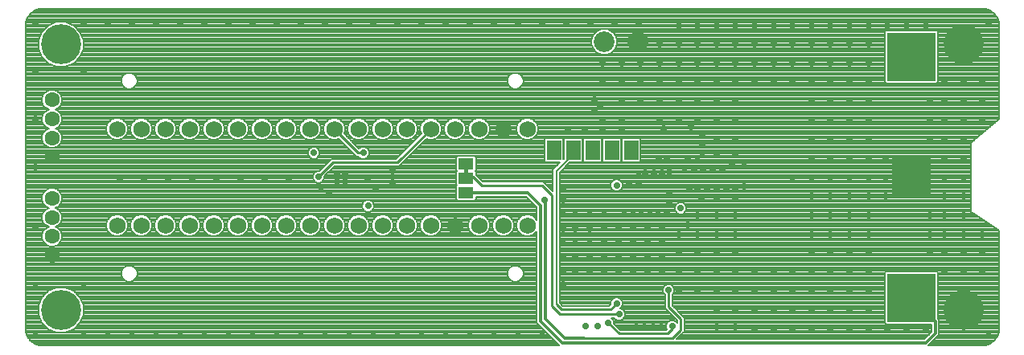
<source format=gbl>
G75*
%MOIN*%
%OFA0B0*%
%FSLAX25Y25*%
%IPPOS*%
%LPD*%
%AMOC8*
5,1,8,0,0,1.08239X$1,22.5*
%
%ADD10C,0.08600*%
%ADD11C,0.06900*%
%ADD12R,0.06300X0.04600*%
%ADD13C,0.01600*%
%ADD14R,0.16000X0.16000*%
%ADD15R,0.20000X0.20000*%
%ADD16C,0.06299*%
%ADD17R,0.05906X0.07874*%
%ADD18C,0.00800*%
%ADD19C,0.02900*%
%ADD20C,0.16598*%
%ADD21C,0.01000*%
%ADD22C,0.01200*%
D10*
X0270863Y0185293D03*
X0284642Y0185293D03*
D11*
X0238934Y0149128D03*
X0228934Y0149128D03*
X0218934Y0149128D03*
X0208934Y0149128D03*
X0198934Y0149128D03*
X0188934Y0149128D03*
X0178934Y0149128D03*
X0168934Y0149128D03*
X0158934Y0149128D03*
X0148934Y0149128D03*
X0138934Y0149128D03*
X0128934Y0149128D03*
X0118934Y0149128D03*
X0108934Y0149128D03*
X0098934Y0149128D03*
X0088934Y0149128D03*
X0078934Y0149128D03*
X0068934Y0149128D03*
X0068934Y0109128D03*
X0078934Y0109128D03*
X0088934Y0109128D03*
X0098934Y0109128D03*
X0108934Y0109128D03*
X0118934Y0109128D03*
X0128934Y0109128D03*
X0138934Y0109128D03*
X0148934Y0109128D03*
X0158934Y0109128D03*
X0168934Y0109128D03*
X0178934Y0109128D03*
X0188934Y0109128D03*
X0198934Y0109128D03*
X0208934Y0109128D03*
X0218934Y0109128D03*
X0228934Y0109128D03*
X0238934Y0109128D03*
D12*
X0213501Y0122805D03*
X0213501Y0128805D03*
X0213501Y0134805D03*
D13*
X0213501Y0133805D02*
X0213501Y0128805D01*
D14*
X0398028Y0129159D03*
D15*
X0398028Y0179159D03*
X0398028Y0079159D03*
D16*
X0041926Y0096781D03*
X0041926Y0104655D03*
X0041926Y0112529D03*
X0041926Y0120403D03*
X0041926Y0137600D03*
X0041926Y0145474D03*
X0041926Y0153348D03*
X0041926Y0161222D03*
D17*
X0249918Y0140293D03*
X0257918Y0140293D03*
X0265918Y0140293D03*
X0273918Y0140293D03*
X0281918Y0140293D03*
D18*
X0037784Y0059301D02*
X0036709Y0059385D01*
X0034663Y0060050D01*
X0032923Y0061314D01*
X0031659Y0063054D01*
X0030995Y0065100D01*
X0030910Y0066175D01*
X0030910Y0192159D01*
X0030995Y0193234D01*
X0031659Y0195280D01*
X0032923Y0197020D01*
X0034663Y0198284D01*
X0036709Y0198949D01*
X0037784Y0199033D01*
X0427548Y0199033D01*
X0428623Y0198949D01*
X0430669Y0198284D01*
X0432409Y0197020D01*
X0433673Y0195280D01*
X0434337Y0193234D01*
X0434422Y0192159D01*
X0434422Y0191745D01*
X0434430Y0191737D01*
X0434430Y0153250D01*
X0423257Y0143939D01*
X0423205Y0143939D01*
X0422944Y0143678D01*
X0422660Y0143442D01*
X0422656Y0143390D01*
X0422619Y0143353D01*
X0422619Y0142984D01*
X0422585Y0142617D01*
X0422619Y0142577D01*
X0422619Y0115682D01*
X0422557Y0115590D01*
X0422619Y0115281D01*
X0422619Y0114965D01*
X0422698Y0114887D01*
X0422719Y0114777D01*
X0422982Y0114603D01*
X0423205Y0114380D01*
X0423316Y0114380D01*
X0434430Y0106970D01*
X0434430Y0066597D01*
X0434422Y0066589D01*
X0434422Y0066175D01*
X0434337Y0065100D01*
X0433673Y0063054D01*
X0432409Y0061314D01*
X0430669Y0060050D01*
X0428623Y0059385D01*
X0427548Y0059301D01*
X0405189Y0059301D01*
X0405518Y0059630D01*
X0409518Y0063630D01*
X0409518Y0069932D01*
X0409028Y0070422D01*
X0409028Y0089573D01*
X0408442Y0090159D01*
X0387614Y0090159D01*
X0387028Y0089573D01*
X0387028Y0068745D01*
X0387614Y0068159D01*
X0406318Y0068159D01*
X0406318Y0064956D01*
X0403255Y0061893D01*
X0300639Y0061893D01*
X0303039Y0064293D01*
X0303918Y0065172D01*
X0303918Y0070914D01*
X0303039Y0071793D01*
X0298918Y0075914D01*
X0298918Y0080328D01*
X0299495Y0080905D01*
X0299868Y0081806D01*
X0299868Y0082780D01*
X0299495Y0083681D01*
X0298806Y0084370D01*
X0297905Y0084743D01*
X0296931Y0084743D01*
X0296030Y0084370D01*
X0295341Y0083681D01*
X0294968Y0082780D01*
X0294968Y0081806D01*
X0295341Y0080905D01*
X0295918Y0080328D01*
X0295918Y0074672D01*
X0300918Y0069672D01*
X0300918Y0068758D01*
X0300306Y0069370D01*
X0299405Y0069743D01*
X0298431Y0069743D01*
X0297530Y0069370D01*
X0296841Y0068681D01*
X0296468Y0067780D01*
X0296468Y0066806D01*
X0296714Y0066211D01*
X0296297Y0065793D01*
X0277539Y0065793D01*
X0274868Y0068464D01*
X0274868Y0069280D01*
X0274495Y0070181D01*
X0273883Y0070793D01*
X0274953Y0070793D01*
X0275530Y0070216D01*
X0276431Y0069843D01*
X0277405Y0069843D01*
X0278306Y0070216D01*
X0278995Y0070905D01*
X0279368Y0071806D01*
X0279368Y0072780D01*
X0278995Y0073681D01*
X0278306Y0074370D01*
X0277405Y0074743D01*
X0277333Y0074743D01*
X0277995Y0075405D01*
X0278368Y0076306D01*
X0278368Y0077280D01*
X0277995Y0078181D01*
X0277306Y0078870D01*
X0276405Y0079243D01*
X0275431Y0079243D01*
X0274530Y0078870D01*
X0273841Y0078181D01*
X0273468Y0077280D01*
X0273468Y0076464D01*
X0272797Y0075793D01*
X0253539Y0075793D01*
X0252318Y0077014D01*
X0252318Y0131213D01*
X0256461Y0135356D01*
X0261285Y0135356D01*
X0261871Y0135942D01*
X0261871Y0144644D01*
X0261285Y0145230D01*
X0254551Y0145230D01*
X0253965Y0144644D01*
X0253965Y0136820D01*
X0253871Y0136726D01*
X0253871Y0144644D01*
X0253285Y0145230D01*
X0246551Y0145230D01*
X0245965Y0144644D01*
X0245965Y0135942D01*
X0246551Y0135356D01*
X0252501Y0135356D01*
X0249518Y0132373D01*
X0249518Y0123314D01*
X0245539Y0127293D01*
X0220539Y0127293D01*
X0217651Y0130182D01*
X0217651Y0131519D01*
X0217365Y0131805D01*
X0217651Y0132091D01*
X0217651Y0137519D01*
X0217065Y0138105D01*
X0209936Y0138105D01*
X0209351Y0137519D01*
X0209351Y0132091D01*
X0209636Y0131805D01*
X0209351Y0131519D01*
X0209351Y0126091D01*
X0209636Y0125805D01*
X0209351Y0125519D01*
X0209351Y0120091D01*
X0209936Y0119505D01*
X0217065Y0119505D01*
X0217651Y0120091D01*
X0217651Y0121205D01*
X0238243Y0121205D01*
X0242818Y0116630D01*
X0242818Y0111379D01*
X0242706Y0111648D01*
X0241454Y0112900D01*
X0239819Y0113578D01*
X0238049Y0113578D01*
X0236413Y0112900D01*
X0235161Y0111648D01*
X0234484Y0110013D01*
X0234484Y0108242D01*
X0235161Y0106607D01*
X0236413Y0105355D01*
X0238049Y0104678D01*
X0239819Y0104678D01*
X0241454Y0105355D01*
X0242706Y0106607D01*
X0242818Y0106877D01*
X0242818Y0068630D01*
X0243755Y0067693D01*
X0252147Y0059301D01*
X0037784Y0059301D01*
X0035156Y0059890D02*
X0251558Y0059890D01*
X0250760Y0060689D02*
X0033785Y0060689D01*
X0032798Y0061487D02*
X0249961Y0061487D01*
X0249163Y0062286D02*
X0032218Y0062286D01*
X0031650Y0063084D02*
X0248364Y0063084D01*
X0247566Y0063883D02*
X0031390Y0063883D01*
X0031131Y0064681D02*
X0246767Y0064681D01*
X0245969Y0065480D02*
X0049297Y0065480D01*
X0050934Y0066158D02*
X0047516Y0064742D01*
X0043816Y0064742D01*
X0040398Y0066158D01*
X0037783Y0068773D01*
X0036367Y0072191D01*
X0036367Y0075891D01*
X0037783Y0079309D01*
X0040398Y0081924D01*
X0043816Y0083340D01*
X0047516Y0083340D01*
X0050934Y0081924D01*
X0053549Y0079309D01*
X0054965Y0075891D01*
X0054965Y0072191D01*
X0053549Y0068773D01*
X0050934Y0066158D01*
X0051054Y0066278D02*
X0245170Y0066278D01*
X0244372Y0067077D02*
X0051853Y0067077D01*
X0052651Y0067875D02*
X0243573Y0067875D01*
X0242818Y0068674D02*
X0053450Y0068674D01*
X0053839Y0069472D02*
X0242818Y0069472D01*
X0242818Y0070271D02*
X0054170Y0070271D01*
X0054500Y0071069D02*
X0242818Y0071069D01*
X0242818Y0071868D02*
X0054831Y0071868D01*
X0054965Y0072666D02*
X0242818Y0072666D01*
X0242818Y0073465D02*
X0054965Y0073465D01*
X0054965Y0074263D02*
X0242818Y0074263D01*
X0242818Y0075062D02*
X0054965Y0075062D01*
X0054965Y0075860D02*
X0242818Y0075860D01*
X0242818Y0076659D02*
X0054647Y0076659D01*
X0054316Y0077457D02*
X0242818Y0077457D01*
X0242818Y0078256D02*
X0053986Y0078256D01*
X0053655Y0079054D02*
X0242818Y0079054D01*
X0242818Y0079853D02*
X0053005Y0079853D01*
X0052207Y0080651D02*
X0242818Y0080651D01*
X0242818Y0081450D02*
X0051408Y0081450D01*
X0050152Y0082248D02*
X0242818Y0082248D01*
X0242818Y0083047D02*
X0048224Y0083047D01*
X0043108Y0083047D02*
X0030910Y0083047D01*
X0030910Y0083845D02*
X0242818Y0083845D01*
X0242818Y0084644D02*
X0030910Y0084644D01*
X0030910Y0085442D02*
X0242818Y0085442D01*
X0242818Y0086241D02*
X0235750Y0086241D01*
X0235838Y0086277D02*
X0236784Y0087223D01*
X0237296Y0088459D01*
X0237296Y0089796D01*
X0236784Y0091032D01*
X0242818Y0091032D01*
X0242818Y0091830D02*
X0235986Y0091830D01*
X0235838Y0091978D02*
X0234603Y0092490D01*
X0233265Y0092490D01*
X0232029Y0091978D01*
X0231083Y0091032D01*
X0076784Y0091032D01*
X0075838Y0091978D01*
X0074603Y0092490D01*
X0073265Y0092490D01*
X0072029Y0091978D01*
X0071083Y0091032D01*
X0030910Y0091032D01*
X0030910Y0091830D02*
X0071882Y0091830D01*
X0071083Y0091032D02*
X0070572Y0089796D01*
X0070572Y0088459D01*
X0071083Y0087223D01*
X0072029Y0086277D01*
X0073265Y0085765D01*
X0074603Y0085765D01*
X0075838Y0086277D01*
X0076784Y0087223D01*
X0077296Y0088459D01*
X0077296Y0089796D01*
X0076784Y0091032D01*
X0077115Y0090233D02*
X0230753Y0090233D01*
X0230572Y0089796D02*
X0230572Y0088459D01*
X0231083Y0087223D01*
X0232029Y0086277D01*
X0233265Y0085765D01*
X0234603Y0085765D01*
X0235838Y0086277D01*
X0236600Y0087039D02*
X0242818Y0087039D01*
X0242818Y0087838D02*
X0237039Y0087838D01*
X0237296Y0088636D02*
X0242818Y0088636D01*
X0242818Y0089435D02*
X0237296Y0089435D01*
X0237115Y0090233D02*
X0242818Y0090233D01*
X0242818Y0092629D02*
X0030910Y0092629D01*
X0030910Y0093427D02*
X0242818Y0093427D01*
X0242818Y0094226D02*
X0030910Y0094226D01*
X0030910Y0095025D02*
X0242818Y0095025D01*
X0242818Y0095823D02*
X0030910Y0095823D01*
X0030910Y0096622D02*
X0242818Y0096622D01*
X0242818Y0097420D02*
X0030910Y0097420D01*
X0030910Y0098219D02*
X0242818Y0098219D01*
X0242818Y0099017D02*
X0030910Y0099017D01*
X0030910Y0099816D02*
X0242818Y0099816D01*
X0242818Y0100614D02*
X0043013Y0100614D01*
X0042751Y0100506D02*
X0044276Y0101137D01*
X0045444Y0102305D01*
X0046075Y0103830D01*
X0046075Y0105481D01*
X0045444Y0107006D01*
X0044276Y0108173D01*
X0043264Y0108592D01*
X0044276Y0109011D01*
X0045444Y0110179D01*
X0046075Y0111704D01*
X0046075Y0113355D01*
X0045444Y0114880D01*
X0044276Y0116047D01*
X0043264Y0116466D01*
X0044276Y0116885D01*
X0045444Y0118053D01*
X0046075Y0119578D01*
X0046075Y0121229D01*
X0045444Y0122754D01*
X0044276Y0123921D01*
X0042751Y0124553D01*
X0041100Y0124553D01*
X0039575Y0123921D01*
X0038408Y0122754D01*
X0037776Y0121229D01*
X0037776Y0119578D01*
X0038408Y0118053D01*
X0039575Y0116885D01*
X0040587Y0116466D01*
X0039575Y0116047D01*
X0038408Y0114880D01*
X0037776Y0113355D01*
X0037776Y0111704D01*
X0038408Y0110179D01*
X0039575Y0109011D01*
X0040587Y0108592D01*
X0039575Y0108173D01*
X0038408Y0107006D01*
X0037776Y0105481D01*
X0037776Y0103830D01*
X0038408Y0102305D01*
X0039575Y0101137D01*
X0041100Y0100506D01*
X0042751Y0100506D01*
X0040838Y0100614D02*
X0030910Y0100614D01*
X0030910Y0101413D02*
X0039300Y0101413D01*
X0038502Y0102211D02*
X0030910Y0102211D01*
X0030910Y0103010D02*
X0038116Y0103010D01*
X0037785Y0103808D02*
X0030910Y0103808D01*
X0030910Y0104607D02*
X0037776Y0104607D01*
X0037776Y0105405D02*
X0030910Y0105405D01*
X0030910Y0106204D02*
X0038076Y0106204D01*
X0038407Y0107002D02*
X0030910Y0107002D01*
X0030910Y0107801D02*
X0039203Y0107801D01*
X0040570Y0108599D02*
X0030910Y0108599D01*
X0030910Y0109398D02*
X0039189Y0109398D01*
X0038401Y0110196D02*
X0030910Y0110196D01*
X0030910Y0110995D02*
X0038070Y0110995D01*
X0037776Y0111793D02*
X0030910Y0111793D01*
X0030910Y0112592D02*
X0037776Y0112592D01*
X0037791Y0113390D02*
X0030910Y0113390D01*
X0030910Y0114189D02*
X0038122Y0114189D01*
X0038516Y0114987D02*
X0030910Y0114987D01*
X0030910Y0115786D02*
X0039314Y0115786D01*
X0040302Y0116584D02*
X0030910Y0116584D01*
X0030910Y0117383D02*
X0039078Y0117383D01*
X0038355Y0118181D02*
X0030910Y0118181D01*
X0030910Y0118980D02*
X0038024Y0118980D01*
X0037776Y0119778D02*
X0030910Y0119778D01*
X0030910Y0120577D02*
X0037776Y0120577D01*
X0037837Y0121375D02*
X0030910Y0121375D01*
X0030910Y0122174D02*
X0038168Y0122174D01*
X0038627Y0122972D02*
X0030910Y0122972D01*
X0030910Y0123771D02*
X0039425Y0123771D01*
X0044427Y0123771D02*
X0209351Y0123771D01*
X0209351Y0124569D02*
X0030910Y0124569D01*
X0030910Y0125368D02*
X0209351Y0125368D01*
X0209351Y0126166D02*
X0030910Y0126166D01*
X0030910Y0126965D02*
X0151636Y0126965D01*
X0151931Y0126843D02*
X0151030Y0127216D01*
X0150341Y0127905D01*
X0149968Y0128806D01*
X0149968Y0129780D01*
X0150341Y0130681D01*
X0151030Y0131370D01*
X0151931Y0131743D01*
X0152747Y0131743D01*
X0157797Y0136793D01*
X0184478Y0136793D01*
X0194907Y0147222D01*
X0194484Y0148242D01*
X0194484Y0150013D01*
X0195161Y0151648D01*
X0196413Y0152900D01*
X0198049Y0153578D01*
X0199819Y0153578D01*
X0201454Y0152900D01*
X0202706Y0151648D01*
X0203384Y0150013D01*
X0203384Y0148242D01*
X0202706Y0146607D01*
X0201454Y0145355D01*
X0199819Y0144678D01*
X0198049Y0144678D01*
X0197028Y0145100D01*
X0185720Y0133793D01*
X0159039Y0133793D01*
X0154868Y0129622D01*
X0154868Y0128806D01*
X0154495Y0127905D01*
X0153806Y0127216D01*
X0152905Y0126843D01*
X0151931Y0126843D01*
X0153200Y0126965D02*
X0209351Y0126965D01*
X0209351Y0127763D02*
X0154353Y0127763D01*
X0154767Y0128562D02*
X0209351Y0128562D01*
X0209351Y0129360D02*
X0154868Y0129360D01*
X0155405Y0130159D02*
X0209351Y0130159D01*
X0209351Y0130958D02*
X0156204Y0130958D01*
X0157002Y0131756D02*
X0209588Y0131756D01*
X0209351Y0132555D02*
X0157801Y0132555D01*
X0158599Y0133353D02*
X0209351Y0133353D01*
X0209351Y0134152D02*
X0186079Y0134152D01*
X0186877Y0134950D02*
X0209351Y0134950D01*
X0209351Y0135749D02*
X0187676Y0135749D01*
X0188474Y0136547D02*
X0209351Y0136547D01*
X0209351Y0137346D02*
X0189273Y0137346D01*
X0190072Y0138144D02*
X0245965Y0138144D01*
X0245965Y0137346D02*
X0217651Y0137346D01*
X0217651Y0136547D02*
X0245965Y0136547D01*
X0246158Y0135749D02*
X0217651Y0135749D01*
X0217651Y0134950D02*
X0252095Y0134950D01*
X0251297Y0134152D02*
X0217651Y0134152D01*
X0217651Y0133353D02*
X0250498Y0133353D01*
X0249700Y0132555D02*
X0217651Y0132555D01*
X0217414Y0131756D02*
X0249518Y0131756D01*
X0249518Y0130958D02*
X0217651Y0130958D01*
X0217673Y0130159D02*
X0249518Y0130159D01*
X0249518Y0129360D02*
X0218472Y0129360D01*
X0219270Y0128562D02*
X0249518Y0128562D01*
X0249518Y0127763D02*
X0220069Y0127763D01*
X0209351Y0122972D02*
X0045225Y0122972D01*
X0045684Y0122174D02*
X0209351Y0122174D01*
X0209351Y0121375D02*
X0046015Y0121375D01*
X0046075Y0120577D02*
X0209351Y0120577D01*
X0209663Y0119778D02*
X0046075Y0119778D01*
X0045828Y0118980D02*
X0171140Y0118980D01*
X0170841Y0118681D02*
X0170468Y0117780D01*
X0170468Y0116806D01*
X0170841Y0115905D01*
X0171530Y0115216D01*
X0172431Y0114843D01*
X0173405Y0114843D01*
X0174306Y0115216D01*
X0174995Y0115905D01*
X0175368Y0116806D01*
X0175368Y0117780D01*
X0174995Y0118681D01*
X0174306Y0119370D01*
X0173405Y0119743D01*
X0172431Y0119743D01*
X0171530Y0119370D01*
X0170841Y0118681D01*
X0170634Y0118181D02*
X0045497Y0118181D01*
X0044774Y0117383D02*
X0170468Y0117383D01*
X0170560Y0116584D02*
X0043550Y0116584D01*
X0044538Y0115786D02*
X0170960Y0115786D01*
X0172082Y0114987D02*
X0045336Y0114987D01*
X0045730Y0114189D02*
X0242818Y0114189D01*
X0242818Y0114987D02*
X0173754Y0114987D01*
X0174876Y0115786D02*
X0242818Y0115786D01*
X0242818Y0116584D02*
X0175276Y0116584D01*
X0175368Y0117383D02*
X0242065Y0117383D01*
X0241267Y0118181D02*
X0175202Y0118181D01*
X0174696Y0118980D02*
X0240468Y0118980D01*
X0239670Y0119778D02*
X0217338Y0119778D01*
X0217651Y0120577D02*
X0238871Y0120577D01*
X0246666Y0126166D02*
X0249518Y0126166D01*
X0249518Y0125368D02*
X0247464Y0125368D01*
X0248263Y0124569D02*
X0249518Y0124569D01*
X0249518Y0123771D02*
X0249061Y0123771D01*
X0252318Y0123771D02*
X0274475Y0123771D01*
X0274530Y0123716D02*
X0275431Y0123343D01*
X0276405Y0123343D01*
X0277306Y0123716D01*
X0277995Y0124405D01*
X0278368Y0125306D01*
X0278368Y0126280D01*
X0277995Y0127181D01*
X0277306Y0127870D01*
X0276405Y0128243D01*
X0275431Y0128243D01*
X0274530Y0127870D01*
X0273841Y0127181D01*
X0273468Y0126280D01*
X0273468Y0125306D01*
X0273841Y0124405D01*
X0274530Y0123716D01*
X0273773Y0124569D02*
X0252318Y0124569D01*
X0252318Y0125368D02*
X0273468Y0125368D01*
X0273468Y0126166D02*
X0252318Y0126166D01*
X0252318Y0126965D02*
X0273752Y0126965D01*
X0274424Y0127763D02*
X0252318Y0127763D01*
X0252318Y0128562D02*
X0422619Y0128562D01*
X0422619Y0129360D02*
X0252318Y0129360D01*
X0252318Y0130159D02*
X0422619Y0130159D01*
X0422619Y0130958D02*
X0252318Y0130958D01*
X0252861Y0131756D02*
X0422619Y0131756D01*
X0422619Y0132555D02*
X0253659Y0132555D01*
X0254458Y0133353D02*
X0422619Y0133353D01*
X0422619Y0134152D02*
X0255256Y0134152D01*
X0256055Y0134950D02*
X0422619Y0134950D01*
X0422619Y0135749D02*
X0285678Y0135749D01*
X0285871Y0135942D02*
X0285871Y0144644D01*
X0285285Y0145230D01*
X0278551Y0145230D01*
X0277965Y0144644D01*
X0277965Y0135942D01*
X0278551Y0135356D01*
X0285285Y0135356D01*
X0285871Y0135942D01*
X0285871Y0136547D02*
X0422619Y0136547D01*
X0422619Y0137346D02*
X0285871Y0137346D01*
X0285871Y0138144D02*
X0422619Y0138144D01*
X0422619Y0138943D02*
X0285871Y0138943D01*
X0285871Y0139741D02*
X0422619Y0139741D01*
X0422619Y0140540D02*
X0285871Y0140540D01*
X0285871Y0141338D02*
X0422619Y0141338D01*
X0422619Y0142137D02*
X0285871Y0142137D01*
X0285871Y0142935D02*
X0422614Y0142935D01*
X0423000Y0143734D02*
X0285871Y0143734D01*
X0285871Y0144532D02*
X0423969Y0144532D01*
X0424927Y0145331D02*
X0241396Y0145331D01*
X0241454Y0145355D02*
X0242706Y0146607D01*
X0243384Y0148242D01*
X0243384Y0150013D01*
X0242706Y0151648D01*
X0241454Y0152900D01*
X0239819Y0153578D01*
X0238049Y0153578D01*
X0236413Y0152900D01*
X0235161Y0151648D01*
X0234484Y0150013D01*
X0234484Y0148242D01*
X0235161Y0146607D01*
X0236413Y0145355D01*
X0238049Y0144678D01*
X0239819Y0144678D01*
X0241454Y0145355D01*
X0242229Y0146129D02*
X0425885Y0146129D01*
X0426844Y0146928D02*
X0242839Y0146928D01*
X0243170Y0147726D02*
X0427802Y0147726D01*
X0428760Y0148525D02*
X0243384Y0148525D01*
X0243384Y0149323D02*
X0429718Y0149323D01*
X0430676Y0150122D02*
X0243339Y0150122D01*
X0243008Y0150920D02*
X0431635Y0150920D01*
X0432593Y0151719D02*
X0242636Y0151719D01*
X0241837Y0152517D02*
X0433551Y0152517D01*
X0434430Y0153316D02*
X0240451Y0153316D01*
X0237417Y0153316D02*
X0220451Y0153316D01*
X0219819Y0153578D02*
X0218049Y0153578D01*
X0216413Y0152900D01*
X0215161Y0151648D01*
X0214484Y0150013D01*
X0214484Y0148242D01*
X0215161Y0146607D01*
X0216413Y0145355D01*
X0218049Y0144678D01*
X0219819Y0144678D01*
X0221454Y0145355D01*
X0222706Y0146607D01*
X0223384Y0148242D01*
X0223384Y0150013D01*
X0222706Y0151648D01*
X0221454Y0152900D01*
X0219819Y0153578D01*
X0221837Y0152517D02*
X0236030Y0152517D01*
X0235232Y0151719D02*
X0222636Y0151719D01*
X0223008Y0150920D02*
X0234860Y0150920D01*
X0234529Y0150122D02*
X0223339Y0150122D01*
X0223384Y0149323D02*
X0234484Y0149323D01*
X0234484Y0148525D02*
X0223384Y0148525D01*
X0223170Y0147726D02*
X0234698Y0147726D01*
X0235028Y0146928D02*
X0222839Y0146928D01*
X0222229Y0146129D02*
X0235639Y0146129D01*
X0236472Y0145331D02*
X0221396Y0145331D01*
X0216472Y0145331D02*
X0211396Y0145331D01*
X0211454Y0145355D02*
X0212706Y0146607D01*
X0213384Y0148242D01*
X0213384Y0150013D01*
X0212706Y0151648D01*
X0211454Y0152900D01*
X0209819Y0153578D01*
X0208049Y0153578D01*
X0206413Y0152900D01*
X0205161Y0151648D01*
X0204484Y0150013D01*
X0204484Y0148242D01*
X0205161Y0146607D01*
X0206413Y0145355D01*
X0208049Y0144678D01*
X0209819Y0144678D01*
X0211454Y0145355D01*
X0212229Y0146129D02*
X0215639Y0146129D01*
X0215028Y0146928D02*
X0212839Y0146928D01*
X0213170Y0147726D02*
X0214698Y0147726D01*
X0214484Y0148525D02*
X0213384Y0148525D01*
X0213384Y0149323D02*
X0214484Y0149323D01*
X0214529Y0150122D02*
X0213339Y0150122D01*
X0213008Y0150920D02*
X0214860Y0150920D01*
X0215232Y0151719D02*
X0212636Y0151719D01*
X0211837Y0152517D02*
X0216030Y0152517D01*
X0217417Y0153316D02*
X0210451Y0153316D01*
X0207417Y0153316D02*
X0200451Y0153316D01*
X0201837Y0152517D02*
X0206030Y0152517D01*
X0205232Y0151719D02*
X0202636Y0151719D01*
X0203008Y0150920D02*
X0204860Y0150920D01*
X0204529Y0150122D02*
X0203339Y0150122D01*
X0203384Y0149323D02*
X0204484Y0149323D01*
X0204484Y0148525D02*
X0203384Y0148525D01*
X0203170Y0147726D02*
X0204698Y0147726D01*
X0205028Y0146928D02*
X0202839Y0146928D01*
X0202229Y0146129D02*
X0205639Y0146129D01*
X0206472Y0145331D02*
X0201396Y0145331D01*
X0196460Y0144532D02*
X0245965Y0144532D01*
X0245965Y0143734D02*
X0195661Y0143734D01*
X0194863Y0142935D02*
X0245965Y0142935D01*
X0245965Y0142137D02*
X0194064Y0142137D01*
X0193266Y0141338D02*
X0245965Y0141338D01*
X0245965Y0140540D02*
X0192467Y0140540D01*
X0191669Y0139741D02*
X0245965Y0139741D01*
X0245965Y0138943D02*
X0190870Y0138943D01*
X0189023Y0141338D02*
X0172338Y0141338D01*
X0172306Y0141370D02*
X0171405Y0141743D01*
X0170431Y0141743D01*
X0169530Y0141370D01*
X0169171Y0141011D01*
X0162961Y0147222D01*
X0163384Y0148242D01*
X0163384Y0150013D01*
X0162706Y0151648D01*
X0161454Y0152900D01*
X0159819Y0153578D01*
X0158049Y0153578D01*
X0156413Y0152900D01*
X0155161Y0151648D01*
X0154484Y0150013D01*
X0154484Y0148242D01*
X0155161Y0146607D01*
X0156413Y0145355D01*
X0158049Y0144678D01*
X0159819Y0144678D01*
X0160840Y0145100D01*
X0168147Y0137793D01*
X0168953Y0137793D01*
X0169530Y0137216D01*
X0170431Y0136843D01*
X0171405Y0136843D01*
X0172306Y0137216D01*
X0172995Y0137905D01*
X0173368Y0138806D01*
X0173368Y0139780D01*
X0172995Y0140681D01*
X0172306Y0141370D01*
X0173053Y0140540D02*
X0188224Y0140540D01*
X0187426Y0139741D02*
X0173368Y0139741D01*
X0173368Y0138943D02*
X0186627Y0138943D01*
X0185829Y0138144D02*
X0173094Y0138144D01*
X0172435Y0137346D02*
X0185030Y0137346D01*
X0189821Y0142137D02*
X0168046Y0142137D01*
X0167247Y0142935D02*
X0190620Y0142935D01*
X0191418Y0143734D02*
X0166449Y0143734D01*
X0165650Y0144532D02*
X0192217Y0144532D01*
X0191454Y0145355D02*
X0192706Y0146607D01*
X0193384Y0148242D01*
X0193384Y0150013D01*
X0192706Y0151648D01*
X0191454Y0152900D01*
X0189819Y0153578D01*
X0188049Y0153578D01*
X0186413Y0152900D01*
X0185161Y0151648D01*
X0184484Y0150013D01*
X0184484Y0148242D01*
X0185161Y0146607D01*
X0186413Y0145355D01*
X0188049Y0144678D01*
X0189819Y0144678D01*
X0191454Y0145355D01*
X0191396Y0145331D02*
X0193016Y0145331D01*
X0192229Y0146129D02*
X0193814Y0146129D01*
X0194613Y0146928D02*
X0192839Y0146928D01*
X0193170Y0147726D02*
X0194698Y0147726D01*
X0194484Y0148525D02*
X0193384Y0148525D01*
X0193384Y0149323D02*
X0194484Y0149323D01*
X0194529Y0150122D02*
X0193339Y0150122D01*
X0193008Y0150920D02*
X0194860Y0150920D01*
X0195232Y0151719D02*
X0192636Y0151719D01*
X0191837Y0152517D02*
X0196030Y0152517D01*
X0197417Y0153316D02*
X0190451Y0153316D01*
X0187417Y0153316D02*
X0180451Y0153316D01*
X0179819Y0153578D02*
X0178049Y0153578D01*
X0176413Y0152900D01*
X0175161Y0151648D01*
X0174484Y0150013D01*
X0174484Y0148242D01*
X0175161Y0146607D01*
X0176413Y0145355D01*
X0178049Y0144678D01*
X0179819Y0144678D01*
X0181454Y0145355D01*
X0182706Y0146607D01*
X0183384Y0148242D01*
X0183384Y0150013D01*
X0182706Y0151648D01*
X0181454Y0152900D01*
X0179819Y0153578D01*
X0181837Y0152517D02*
X0186030Y0152517D01*
X0185232Y0151719D02*
X0182636Y0151719D01*
X0183008Y0150920D02*
X0184860Y0150920D01*
X0184529Y0150122D02*
X0183339Y0150122D01*
X0183384Y0149323D02*
X0184484Y0149323D01*
X0184484Y0148525D02*
X0183384Y0148525D01*
X0183170Y0147726D02*
X0184698Y0147726D01*
X0185028Y0146928D02*
X0182839Y0146928D01*
X0182229Y0146129D02*
X0185639Y0146129D01*
X0186472Y0145331D02*
X0181396Y0145331D01*
X0176472Y0145331D02*
X0171396Y0145331D01*
X0171454Y0145355D02*
X0172706Y0146607D01*
X0173384Y0148242D01*
X0173384Y0150013D01*
X0172706Y0151648D01*
X0171454Y0152900D01*
X0169819Y0153578D01*
X0168049Y0153578D01*
X0166413Y0152900D01*
X0165161Y0151648D01*
X0164484Y0150013D01*
X0164484Y0148242D01*
X0165161Y0146607D01*
X0166413Y0145355D01*
X0168049Y0144678D01*
X0169819Y0144678D01*
X0171454Y0145355D01*
X0172229Y0146129D02*
X0175639Y0146129D01*
X0175028Y0146928D02*
X0172839Y0146928D01*
X0173170Y0147726D02*
X0174698Y0147726D01*
X0174484Y0148525D02*
X0173384Y0148525D01*
X0173384Y0149323D02*
X0174484Y0149323D01*
X0174529Y0150122D02*
X0173339Y0150122D01*
X0173008Y0150920D02*
X0174860Y0150920D01*
X0175232Y0151719D02*
X0172636Y0151719D01*
X0171837Y0152517D02*
X0176030Y0152517D01*
X0177417Y0153316D02*
X0170451Y0153316D01*
X0167417Y0153316D02*
X0160451Y0153316D01*
X0161837Y0152517D02*
X0166030Y0152517D01*
X0165232Y0151719D02*
X0162636Y0151719D01*
X0163008Y0150920D02*
X0164860Y0150920D01*
X0164529Y0150122D02*
X0163339Y0150122D01*
X0163384Y0149323D02*
X0164484Y0149323D01*
X0164484Y0148525D02*
X0163384Y0148525D01*
X0163170Y0147726D02*
X0164698Y0147726D01*
X0165028Y0146928D02*
X0163255Y0146928D01*
X0164053Y0146129D02*
X0165639Y0146129D01*
X0164852Y0145331D02*
X0166472Y0145331D01*
X0163803Y0142137D02*
X0044457Y0142137D01*
X0044276Y0141956D02*
X0045444Y0143124D01*
X0046075Y0144649D01*
X0046075Y0146299D01*
X0045444Y0147825D01*
X0044276Y0148992D01*
X0043264Y0149411D01*
X0044276Y0149830D01*
X0045444Y0150998D01*
X0046075Y0152523D01*
X0046075Y0154174D01*
X0045444Y0155699D01*
X0044276Y0156866D01*
X0043264Y0157285D01*
X0044276Y0157704D01*
X0045444Y0158872D01*
X0046075Y0160397D01*
X0046075Y0162048D01*
X0045444Y0163573D01*
X0044276Y0164740D01*
X0042751Y0165372D01*
X0041100Y0165372D01*
X0039575Y0164740D01*
X0038408Y0163573D01*
X0037776Y0162048D01*
X0037776Y0160397D01*
X0038408Y0158872D01*
X0039575Y0157704D01*
X0040587Y0157285D01*
X0039575Y0156866D01*
X0038408Y0155699D01*
X0037776Y0154174D01*
X0037776Y0152523D01*
X0038408Y0150998D01*
X0039575Y0149830D01*
X0040587Y0149411D01*
X0039575Y0148992D01*
X0038408Y0147825D01*
X0037776Y0146299D01*
X0037776Y0144649D01*
X0038408Y0143124D01*
X0039575Y0141956D01*
X0041100Y0141324D01*
X0042751Y0141324D01*
X0044276Y0141956D01*
X0045255Y0142935D02*
X0163005Y0142935D01*
X0162206Y0143734D02*
X0045696Y0143734D01*
X0046027Y0144532D02*
X0161408Y0144532D01*
X0164602Y0141338D02*
X0151838Y0141338D01*
X0151806Y0141370D02*
X0150905Y0141743D01*
X0149931Y0141743D01*
X0149030Y0141370D01*
X0148341Y0140681D01*
X0147968Y0139780D01*
X0147968Y0138806D01*
X0148341Y0137905D01*
X0149030Y0137216D01*
X0149931Y0136843D01*
X0150905Y0136843D01*
X0151806Y0137216D01*
X0152495Y0137905D01*
X0152868Y0138806D01*
X0152868Y0139780D01*
X0152495Y0140681D01*
X0151806Y0141370D01*
X0152553Y0140540D02*
X0165400Y0140540D01*
X0166199Y0139741D02*
X0152868Y0139741D01*
X0152868Y0138943D02*
X0166997Y0138943D01*
X0167796Y0138144D02*
X0152594Y0138144D01*
X0151935Y0137346D02*
X0169401Y0137346D01*
X0169498Y0141338D02*
X0168845Y0141338D01*
X0157551Y0136547D02*
X0030910Y0136547D01*
X0030910Y0135749D02*
X0156752Y0135749D01*
X0155954Y0134950D02*
X0030910Y0134950D01*
X0030910Y0134152D02*
X0155155Y0134152D01*
X0154357Y0133353D02*
X0030910Y0133353D01*
X0030910Y0132555D02*
X0153558Y0132555D01*
X0152760Y0131756D02*
X0030910Y0131756D01*
X0030910Y0130958D02*
X0150618Y0130958D01*
X0150125Y0130159D02*
X0030910Y0130159D01*
X0030910Y0129360D02*
X0149968Y0129360D01*
X0150069Y0128562D02*
X0030910Y0128562D01*
X0030910Y0127763D02*
X0150483Y0127763D01*
X0148901Y0137346D02*
X0030910Y0137346D01*
X0030910Y0138144D02*
X0148242Y0138144D01*
X0147968Y0138943D02*
X0030910Y0138943D01*
X0030910Y0139741D02*
X0147968Y0139741D01*
X0148283Y0140540D02*
X0030910Y0140540D01*
X0030910Y0141338D02*
X0041067Y0141338D01*
X0042784Y0141338D02*
X0148998Y0141338D01*
X0149819Y0144678D02*
X0151454Y0145355D01*
X0152706Y0146607D01*
X0153384Y0148242D01*
X0153384Y0150013D01*
X0152706Y0151648D01*
X0151454Y0152900D01*
X0149819Y0153578D01*
X0148049Y0153578D01*
X0146413Y0152900D01*
X0145161Y0151648D01*
X0144484Y0150013D01*
X0144484Y0148242D01*
X0145161Y0146607D01*
X0146413Y0145355D01*
X0148049Y0144678D01*
X0149819Y0144678D01*
X0151396Y0145331D02*
X0156472Y0145331D01*
X0155639Y0146129D02*
X0152229Y0146129D01*
X0152839Y0146928D02*
X0155028Y0146928D01*
X0154698Y0147726D02*
X0153170Y0147726D01*
X0153384Y0148525D02*
X0154484Y0148525D01*
X0154484Y0149323D02*
X0153384Y0149323D01*
X0153339Y0150122D02*
X0154529Y0150122D01*
X0154860Y0150920D02*
X0153008Y0150920D01*
X0152636Y0151719D02*
X0155232Y0151719D01*
X0156030Y0152517D02*
X0151837Y0152517D01*
X0150451Y0153316D02*
X0157417Y0153316D01*
X0147417Y0153316D02*
X0140451Y0153316D01*
X0139819Y0153578D02*
X0138049Y0153578D01*
X0136413Y0152900D01*
X0135161Y0151648D01*
X0134484Y0150013D01*
X0134484Y0148242D01*
X0135161Y0146607D01*
X0136413Y0145355D01*
X0138049Y0144678D01*
X0139819Y0144678D01*
X0141454Y0145355D01*
X0142706Y0146607D01*
X0143384Y0148242D01*
X0143384Y0150013D01*
X0142706Y0151648D01*
X0141454Y0152900D01*
X0139819Y0153578D01*
X0141837Y0152517D02*
X0146030Y0152517D01*
X0145232Y0151719D02*
X0142636Y0151719D01*
X0143008Y0150920D02*
X0144860Y0150920D01*
X0144529Y0150122D02*
X0143339Y0150122D01*
X0143384Y0149323D02*
X0144484Y0149323D01*
X0144484Y0148525D02*
X0143384Y0148525D01*
X0143170Y0147726D02*
X0144698Y0147726D01*
X0145028Y0146928D02*
X0142839Y0146928D01*
X0142229Y0146129D02*
X0145639Y0146129D01*
X0146472Y0145331D02*
X0141396Y0145331D01*
X0136472Y0145331D02*
X0131396Y0145331D01*
X0131454Y0145355D02*
X0132706Y0146607D01*
X0133384Y0148242D01*
X0133384Y0150013D01*
X0132706Y0151648D01*
X0131454Y0152900D01*
X0129819Y0153578D01*
X0128049Y0153578D01*
X0126413Y0152900D01*
X0125161Y0151648D01*
X0124484Y0150013D01*
X0124484Y0148242D01*
X0125161Y0146607D01*
X0126413Y0145355D01*
X0128049Y0144678D01*
X0129819Y0144678D01*
X0131454Y0145355D01*
X0132229Y0146129D02*
X0135639Y0146129D01*
X0135028Y0146928D02*
X0132839Y0146928D01*
X0133170Y0147726D02*
X0134698Y0147726D01*
X0134484Y0148525D02*
X0133384Y0148525D01*
X0133384Y0149323D02*
X0134484Y0149323D01*
X0134529Y0150122D02*
X0133339Y0150122D01*
X0133008Y0150920D02*
X0134860Y0150920D01*
X0135232Y0151719D02*
X0132636Y0151719D01*
X0131837Y0152517D02*
X0136030Y0152517D01*
X0137417Y0153316D02*
X0130451Y0153316D01*
X0127417Y0153316D02*
X0120451Y0153316D01*
X0119819Y0153578D02*
X0118049Y0153578D01*
X0116413Y0152900D01*
X0115161Y0151648D01*
X0114484Y0150013D01*
X0114484Y0148242D01*
X0115161Y0146607D01*
X0116413Y0145355D01*
X0118049Y0144678D01*
X0119819Y0144678D01*
X0121454Y0145355D01*
X0122706Y0146607D01*
X0123384Y0148242D01*
X0123384Y0150013D01*
X0122706Y0151648D01*
X0121454Y0152900D01*
X0119819Y0153578D01*
X0121837Y0152517D02*
X0126030Y0152517D01*
X0125232Y0151719D02*
X0122636Y0151719D01*
X0123008Y0150920D02*
X0124860Y0150920D01*
X0124529Y0150122D02*
X0123339Y0150122D01*
X0123384Y0149323D02*
X0124484Y0149323D01*
X0124484Y0148525D02*
X0123384Y0148525D01*
X0123170Y0147726D02*
X0124698Y0147726D01*
X0125028Y0146928D02*
X0122839Y0146928D01*
X0122229Y0146129D02*
X0125639Y0146129D01*
X0126472Y0145331D02*
X0121396Y0145331D01*
X0116472Y0145331D02*
X0111396Y0145331D01*
X0111454Y0145355D02*
X0112706Y0146607D01*
X0113384Y0148242D01*
X0113384Y0150013D01*
X0112706Y0151648D01*
X0111454Y0152900D01*
X0109819Y0153578D01*
X0108049Y0153578D01*
X0106413Y0152900D01*
X0105161Y0151648D01*
X0104484Y0150013D01*
X0104484Y0148242D01*
X0105161Y0146607D01*
X0106413Y0145355D01*
X0108049Y0144678D01*
X0109819Y0144678D01*
X0111454Y0145355D01*
X0112229Y0146129D02*
X0115639Y0146129D01*
X0115028Y0146928D02*
X0112839Y0146928D01*
X0113170Y0147726D02*
X0114698Y0147726D01*
X0114484Y0148525D02*
X0113384Y0148525D01*
X0113384Y0149323D02*
X0114484Y0149323D01*
X0114529Y0150122D02*
X0113339Y0150122D01*
X0113008Y0150920D02*
X0114860Y0150920D01*
X0115232Y0151719D02*
X0112636Y0151719D01*
X0111837Y0152517D02*
X0116030Y0152517D01*
X0117417Y0153316D02*
X0110451Y0153316D01*
X0107417Y0153316D02*
X0100451Y0153316D01*
X0099819Y0153578D02*
X0098049Y0153578D01*
X0096413Y0152900D01*
X0095161Y0151648D01*
X0094484Y0150013D01*
X0094484Y0148242D01*
X0095161Y0146607D01*
X0096413Y0145355D01*
X0098049Y0144678D01*
X0099819Y0144678D01*
X0101454Y0145355D01*
X0102706Y0146607D01*
X0103384Y0148242D01*
X0103384Y0150013D01*
X0102706Y0151648D01*
X0101454Y0152900D01*
X0099819Y0153578D01*
X0101837Y0152517D02*
X0106030Y0152517D01*
X0105232Y0151719D02*
X0102636Y0151719D01*
X0103008Y0150920D02*
X0104860Y0150920D01*
X0104529Y0150122D02*
X0103339Y0150122D01*
X0103384Y0149323D02*
X0104484Y0149323D01*
X0104484Y0148525D02*
X0103384Y0148525D01*
X0103170Y0147726D02*
X0104698Y0147726D01*
X0105028Y0146928D02*
X0102839Y0146928D01*
X0102229Y0146129D02*
X0105639Y0146129D01*
X0106472Y0145331D02*
X0101396Y0145331D01*
X0096472Y0145331D02*
X0091396Y0145331D01*
X0091454Y0145355D02*
X0092706Y0146607D01*
X0093384Y0148242D01*
X0093384Y0150013D01*
X0092706Y0151648D01*
X0091454Y0152900D01*
X0089819Y0153578D01*
X0088049Y0153578D01*
X0086413Y0152900D01*
X0085161Y0151648D01*
X0084484Y0150013D01*
X0084484Y0148242D01*
X0085161Y0146607D01*
X0086413Y0145355D01*
X0088049Y0144678D01*
X0089819Y0144678D01*
X0091454Y0145355D01*
X0092229Y0146129D02*
X0095639Y0146129D01*
X0095028Y0146928D02*
X0092839Y0146928D01*
X0093170Y0147726D02*
X0094698Y0147726D01*
X0094484Y0148525D02*
X0093384Y0148525D01*
X0093384Y0149323D02*
X0094484Y0149323D01*
X0094529Y0150122D02*
X0093339Y0150122D01*
X0093008Y0150920D02*
X0094860Y0150920D01*
X0095232Y0151719D02*
X0092636Y0151719D01*
X0091837Y0152517D02*
X0096030Y0152517D01*
X0097417Y0153316D02*
X0090451Y0153316D01*
X0087417Y0153316D02*
X0080451Y0153316D01*
X0079819Y0153578D02*
X0078049Y0153578D01*
X0076413Y0152900D01*
X0075161Y0151648D01*
X0074484Y0150013D01*
X0074484Y0148242D01*
X0075161Y0146607D01*
X0076413Y0145355D01*
X0078049Y0144678D01*
X0079819Y0144678D01*
X0081454Y0145355D01*
X0082706Y0146607D01*
X0083384Y0148242D01*
X0083384Y0150013D01*
X0082706Y0151648D01*
X0081454Y0152900D01*
X0079819Y0153578D01*
X0081837Y0152517D02*
X0086030Y0152517D01*
X0085232Y0151719D02*
X0082636Y0151719D01*
X0083008Y0150920D02*
X0084860Y0150920D01*
X0084529Y0150122D02*
X0083339Y0150122D01*
X0083384Y0149323D02*
X0084484Y0149323D01*
X0084484Y0148525D02*
X0083384Y0148525D01*
X0083170Y0147726D02*
X0084698Y0147726D01*
X0085028Y0146928D02*
X0082839Y0146928D01*
X0082229Y0146129D02*
X0085639Y0146129D01*
X0086472Y0145331D02*
X0081396Y0145331D01*
X0076472Y0145331D02*
X0071396Y0145331D01*
X0071454Y0145355D02*
X0072706Y0146607D01*
X0073384Y0148242D01*
X0073384Y0150013D01*
X0072706Y0151648D01*
X0071454Y0152900D01*
X0069819Y0153578D01*
X0068049Y0153578D01*
X0066413Y0152900D01*
X0065161Y0151648D01*
X0064484Y0150013D01*
X0064484Y0148242D01*
X0065161Y0146607D01*
X0066413Y0145355D01*
X0068049Y0144678D01*
X0069819Y0144678D01*
X0071454Y0145355D01*
X0072229Y0146129D02*
X0075639Y0146129D01*
X0075028Y0146928D02*
X0072839Y0146928D01*
X0073170Y0147726D02*
X0074698Y0147726D01*
X0074484Y0148525D02*
X0073384Y0148525D01*
X0073384Y0149323D02*
X0074484Y0149323D01*
X0074529Y0150122D02*
X0073339Y0150122D01*
X0073008Y0150920D02*
X0074860Y0150920D01*
X0075232Y0151719D02*
X0072636Y0151719D01*
X0071837Y0152517D02*
X0076030Y0152517D01*
X0077417Y0153316D02*
X0070451Y0153316D01*
X0067417Y0153316D02*
X0046075Y0153316D01*
X0046075Y0154114D02*
X0434430Y0154114D01*
X0434430Y0154913D02*
X0045769Y0154913D01*
X0045431Y0155711D02*
X0434430Y0155711D01*
X0434430Y0156510D02*
X0044632Y0156510D01*
X0043321Y0157308D02*
X0434430Y0157308D01*
X0434430Y0158107D02*
X0044679Y0158107D01*
X0045458Y0158905D02*
X0434430Y0158905D01*
X0434430Y0159704D02*
X0045788Y0159704D01*
X0046075Y0160502D02*
X0434430Y0160502D01*
X0434430Y0161301D02*
X0046075Y0161301D01*
X0046054Y0162099D02*
X0434430Y0162099D01*
X0434430Y0162898D02*
X0045723Y0162898D01*
X0045320Y0163696D02*
X0434430Y0163696D01*
X0434430Y0164495D02*
X0044521Y0164495D01*
X0042940Y0165294D02*
X0434430Y0165294D01*
X0434430Y0166092D02*
X0235391Y0166092D01*
X0235838Y0166277D02*
X0236784Y0167223D01*
X0237296Y0168459D01*
X0237296Y0169796D01*
X0236784Y0171032D01*
X0235838Y0171978D01*
X0234603Y0172490D01*
X0233265Y0172490D01*
X0232029Y0171978D01*
X0231083Y0171032D01*
X0230572Y0169796D01*
X0230572Y0168459D01*
X0231083Y0167223D01*
X0232029Y0166277D01*
X0233265Y0165765D01*
X0234603Y0165765D01*
X0235838Y0166277D01*
X0236451Y0166891D02*
X0434430Y0166891D01*
X0434430Y0167689D02*
X0236977Y0167689D01*
X0237296Y0168488D02*
X0387286Y0168488D01*
X0387028Y0168745D02*
X0387614Y0168159D01*
X0408442Y0168159D01*
X0409028Y0168745D01*
X0409028Y0189573D01*
X0408442Y0190159D01*
X0387614Y0190159D01*
X0387028Y0189573D01*
X0387028Y0168745D01*
X0387028Y0169286D02*
X0237296Y0169286D01*
X0237177Y0170085D02*
X0387028Y0170085D01*
X0387028Y0170883D02*
X0236846Y0170883D01*
X0236135Y0171682D02*
X0387028Y0171682D01*
X0387028Y0172480D02*
X0234626Y0172480D01*
X0233241Y0172480D02*
X0074626Y0172480D01*
X0074603Y0172490D02*
X0073265Y0172490D01*
X0072029Y0171978D01*
X0071083Y0171032D01*
X0070572Y0169796D01*
X0070572Y0168459D01*
X0071083Y0167223D01*
X0072029Y0166277D01*
X0073265Y0165765D01*
X0074603Y0165765D01*
X0075838Y0166277D01*
X0076784Y0167223D01*
X0077296Y0168459D01*
X0077296Y0169796D01*
X0076784Y0171032D01*
X0075838Y0171978D01*
X0074603Y0172490D01*
X0073241Y0172480D02*
X0030910Y0172480D01*
X0030910Y0171682D02*
X0071733Y0171682D01*
X0071022Y0170883D02*
X0030910Y0170883D01*
X0030910Y0170085D02*
X0070691Y0170085D01*
X0070572Y0169286D02*
X0030910Y0169286D01*
X0030910Y0168488D02*
X0070572Y0168488D01*
X0070890Y0167689D02*
X0030910Y0167689D01*
X0030910Y0166891D02*
X0071416Y0166891D01*
X0072476Y0166092D02*
X0030910Y0166092D01*
X0030910Y0165294D02*
X0040912Y0165294D01*
X0039330Y0164495D02*
X0030910Y0164495D01*
X0030910Y0163696D02*
X0038532Y0163696D01*
X0038129Y0162898D02*
X0030910Y0162898D01*
X0030910Y0162099D02*
X0037798Y0162099D01*
X0037776Y0161301D02*
X0030910Y0161301D01*
X0030910Y0160502D02*
X0037776Y0160502D01*
X0038063Y0159704D02*
X0030910Y0159704D01*
X0030910Y0158905D02*
X0038394Y0158905D01*
X0039173Y0158107D02*
X0030910Y0158107D01*
X0030910Y0157308D02*
X0040531Y0157308D01*
X0039219Y0156510D02*
X0030910Y0156510D01*
X0030910Y0155711D02*
X0038421Y0155711D01*
X0038082Y0154913D02*
X0030910Y0154913D01*
X0030910Y0154114D02*
X0037776Y0154114D01*
X0037776Y0153316D02*
X0030910Y0153316D01*
X0030910Y0152517D02*
X0037778Y0152517D01*
X0038109Y0151719D02*
X0030910Y0151719D01*
X0030910Y0150920D02*
X0038485Y0150920D01*
X0039284Y0150122D02*
X0030910Y0150122D01*
X0030910Y0149323D02*
X0040375Y0149323D01*
X0039108Y0148525D02*
X0030910Y0148525D01*
X0030910Y0147726D02*
X0038367Y0147726D01*
X0038036Y0146928D02*
X0030910Y0146928D01*
X0030910Y0146129D02*
X0037776Y0146129D01*
X0037776Y0145331D02*
X0030910Y0145331D01*
X0030910Y0144532D02*
X0037824Y0144532D01*
X0038155Y0143734D02*
X0030910Y0143734D01*
X0030910Y0142935D02*
X0038596Y0142935D01*
X0039395Y0142137D02*
X0030910Y0142137D01*
X0043476Y0149323D02*
X0064484Y0149323D01*
X0064484Y0148525D02*
X0044744Y0148525D01*
X0045484Y0147726D02*
X0064698Y0147726D01*
X0065028Y0146928D02*
X0045815Y0146928D01*
X0046075Y0146129D02*
X0065639Y0146129D01*
X0066472Y0145331D02*
X0046075Y0145331D01*
X0044568Y0150122D02*
X0064529Y0150122D01*
X0064860Y0150920D02*
X0045366Y0150920D01*
X0045742Y0151719D02*
X0065232Y0151719D01*
X0066030Y0152517D02*
X0046073Y0152517D01*
X0075391Y0166092D02*
X0232476Y0166092D01*
X0231416Y0166891D02*
X0076451Y0166891D01*
X0076977Y0167689D02*
X0230890Y0167689D01*
X0230572Y0168488D02*
X0077296Y0168488D01*
X0077296Y0169286D02*
X0230572Y0169286D01*
X0230691Y0170085D02*
X0077177Y0170085D01*
X0076846Y0170883D02*
X0231022Y0170883D01*
X0231733Y0171682D02*
X0076135Y0171682D01*
X0054152Y0180465D02*
X0268669Y0180465D01*
X0267861Y0180800D02*
X0269809Y0179993D01*
X0271917Y0179993D01*
X0273865Y0180800D01*
X0275356Y0182291D01*
X0276163Y0184239D01*
X0276163Y0186347D01*
X0275356Y0188295D01*
X0273865Y0189786D01*
X0271917Y0190593D01*
X0269809Y0190593D01*
X0267861Y0189786D01*
X0266370Y0188295D01*
X0265563Y0186347D01*
X0265563Y0184239D01*
X0266370Y0182291D01*
X0267861Y0180800D01*
X0267397Y0181264D02*
X0054483Y0181264D01*
X0054814Y0182062D02*
X0266598Y0182062D01*
X0266134Y0182861D02*
X0054965Y0182861D01*
X0054965Y0182427D02*
X0053549Y0179010D01*
X0050934Y0176394D01*
X0047516Y0174978D01*
X0043816Y0174978D01*
X0040398Y0176394D01*
X0037783Y0179010D01*
X0036367Y0182427D01*
X0036367Y0186127D01*
X0037783Y0189545D01*
X0040398Y0192161D01*
X0043816Y0193576D01*
X0047516Y0193576D01*
X0050934Y0192161D01*
X0053549Y0189545D01*
X0054965Y0186127D01*
X0054965Y0182427D01*
X0054965Y0183659D02*
X0265803Y0183659D01*
X0265563Y0184458D02*
X0054965Y0184458D01*
X0054965Y0185256D02*
X0265563Y0185256D01*
X0265563Y0186055D02*
X0054965Y0186055D01*
X0054664Y0186853D02*
X0265772Y0186853D01*
X0266103Y0187652D02*
X0054334Y0187652D01*
X0054003Y0188450D02*
X0266525Y0188450D01*
X0267323Y0189249D02*
X0053672Y0189249D01*
X0053047Y0190047D02*
X0268491Y0190047D01*
X0273234Y0190047D02*
X0387502Y0190047D01*
X0387028Y0189249D02*
X0274402Y0189249D01*
X0275201Y0188450D02*
X0387028Y0188450D01*
X0387028Y0187652D02*
X0275622Y0187652D01*
X0275953Y0186853D02*
X0387028Y0186853D01*
X0387028Y0186055D02*
X0276163Y0186055D01*
X0276163Y0185256D02*
X0387028Y0185256D01*
X0387028Y0184458D02*
X0276163Y0184458D01*
X0275923Y0183659D02*
X0387028Y0183659D01*
X0387028Y0182861D02*
X0275592Y0182861D01*
X0275127Y0182062D02*
X0387028Y0182062D01*
X0387028Y0181264D02*
X0274329Y0181264D01*
X0273057Y0180465D02*
X0387028Y0180465D01*
X0387028Y0179667D02*
X0053822Y0179667D01*
X0053408Y0178868D02*
X0387028Y0178868D01*
X0387028Y0178070D02*
X0052610Y0178070D01*
X0051811Y0177271D02*
X0387028Y0177271D01*
X0387028Y0176473D02*
X0051012Y0176473D01*
X0049196Y0175674D02*
X0387028Y0175674D01*
X0387028Y0174876D02*
X0030910Y0174876D01*
X0030910Y0175674D02*
X0042136Y0175674D01*
X0040320Y0176473D02*
X0030910Y0176473D01*
X0030910Y0177271D02*
X0039521Y0177271D01*
X0038722Y0178070D02*
X0030910Y0178070D01*
X0030910Y0178868D02*
X0037924Y0178868D01*
X0037510Y0179667D02*
X0030910Y0179667D01*
X0030910Y0180465D02*
X0037180Y0180465D01*
X0036849Y0181264D02*
X0030910Y0181264D01*
X0030910Y0182062D02*
X0036518Y0182062D01*
X0036367Y0182861D02*
X0030910Y0182861D01*
X0030910Y0183659D02*
X0036367Y0183659D01*
X0036367Y0184458D02*
X0030910Y0184458D01*
X0030910Y0185256D02*
X0036367Y0185256D01*
X0036367Y0186055D02*
X0030910Y0186055D01*
X0030910Y0186853D02*
X0036668Y0186853D01*
X0036998Y0187652D02*
X0030910Y0187652D01*
X0030910Y0188450D02*
X0037329Y0188450D01*
X0037660Y0189249D02*
X0030910Y0189249D01*
X0030910Y0190047D02*
X0038285Y0190047D01*
X0039084Y0190846D02*
X0030910Y0190846D01*
X0030910Y0191644D02*
X0039882Y0191644D01*
X0041080Y0192443D02*
X0030932Y0192443D01*
X0030997Y0193241D02*
X0043007Y0193241D01*
X0048325Y0193241D02*
X0434335Y0193241D01*
X0434400Y0192443D02*
X0050252Y0192443D01*
X0051450Y0191644D02*
X0434430Y0191644D01*
X0434430Y0190846D02*
X0052248Y0190846D01*
X0036347Y0198831D02*
X0428985Y0198831D01*
X0431015Y0198032D02*
X0034317Y0198032D01*
X0033218Y0197234D02*
X0432114Y0197234D01*
X0432833Y0196435D02*
X0032499Y0196435D01*
X0031919Y0195637D02*
X0433413Y0195637D01*
X0433816Y0194838D02*
X0031516Y0194838D01*
X0031256Y0194040D02*
X0434076Y0194040D01*
X0434430Y0190047D02*
X0408554Y0190047D01*
X0409028Y0189249D02*
X0434430Y0189249D01*
X0434430Y0188450D02*
X0409028Y0188450D01*
X0409028Y0187652D02*
X0434430Y0187652D01*
X0434430Y0186853D02*
X0409028Y0186853D01*
X0409028Y0186055D02*
X0434430Y0186055D01*
X0434430Y0185256D02*
X0409028Y0185256D01*
X0409028Y0184458D02*
X0434430Y0184458D01*
X0434430Y0183659D02*
X0409028Y0183659D01*
X0409028Y0182861D02*
X0434430Y0182861D01*
X0434430Y0182062D02*
X0409028Y0182062D01*
X0409028Y0181264D02*
X0434430Y0181264D01*
X0434430Y0180465D02*
X0409028Y0180465D01*
X0409028Y0179667D02*
X0434430Y0179667D01*
X0434430Y0178868D02*
X0409028Y0178868D01*
X0409028Y0178070D02*
X0434430Y0178070D01*
X0434430Y0177271D02*
X0409028Y0177271D01*
X0409028Y0176473D02*
X0434430Y0176473D01*
X0434430Y0175674D02*
X0409028Y0175674D01*
X0409028Y0174876D02*
X0434430Y0174876D01*
X0434430Y0174077D02*
X0409028Y0174077D01*
X0409028Y0173279D02*
X0434430Y0173279D01*
X0434430Y0172480D02*
X0409028Y0172480D01*
X0409028Y0171682D02*
X0434430Y0171682D01*
X0434430Y0170883D02*
X0409028Y0170883D01*
X0409028Y0170085D02*
X0434430Y0170085D01*
X0434430Y0169286D02*
X0409028Y0169286D01*
X0408771Y0168488D02*
X0434430Y0168488D01*
X0387028Y0173279D02*
X0030910Y0173279D01*
X0030910Y0174077D02*
X0387028Y0174077D01*
X0422619Y0127763D02*
X0277412Y0127763D01*
X0278084Y0126965D02*
X0422619Y0126965D01*
X0422619Y0126166D02*
X0278368Y0126166D01*
X0278368Y0125368D02*
X0422619Y0125368D01*
X0422619Y0124569D02*
X0278063Y0124569D01*
X0277361Y0123771D02*
X0422619Y0123771D01*
X0422619Y0122972D02*
X0252318Y0122972D01*
X0252318Y0122174D02*
X0422619Y0122174D01*
X0422619Y0121375D02*
X0252318Y0121375D01*
X0252318Y0120577D02*
X0422619Y0120577D01*
X0422619Y0119778D02*
X0252318Y0119778D01*
X0252318Y0118980D02*
X0422619Y0118980D01*
X0422619Y0118181D02*
X0303994Y0118181D01*
X0303806Y0118370D02*
X0304495Y0117681D01*
X0304868Y0116780D01*
X0304868Y0115806D01*
X0304495Y0114905D01*
X0303806Y0114216D01*
X0302905Y0113843D01*
X0301931Y0113843D01*
X0301030Y0114216D01*
X0300341Y0114905D01*
X0299968Y0115806D01*
X0299968Y0116780D01*
X0300341Y0117681D01*
X0301030Y0118370D01*
X0301931Y0118743D01*
X0302905Y0118743D01*
X0303806Y0118370D01*
X0304618Y0117383D02*
X0422619Y0117383D01*
X0422619Y0116584D02*
X0304868Y0116584D01*
X0304860Y0115786D02*
X0422619Y0115786D01*
X0422619Y0114987D02*
X0304529Y0114987D01*
X0303740Y0114189D02*
X0423602Y0114189D01*
X0424800Y0113390D02*
X0252318Y0113390D01*
X0252318Y0112592D02*
X0425998Y0112592D01*
X0427196Y0111793D02*
X0252318Y0111793D01*
X0252318Y0110995D02*
X0428393Y0110995D01*
X0429591Y0110196D02*
X0252318Y0110196D01*
X0252318Y0109398D02*
X0430789Y0109398D01*
X0431987Y0108599D02*
X0252318Y0108599D01*
X0252318Y0107801D02*
X0433184Y0107801D01*
X0434382Y0107002D02*
X0252318Y0107002D01*
X0252318Y0106204D02*
X0434430Y0106204D01*
X0434430Y0105405D02*
X0252318Y0105405D01*
X0252318Y0104607D02*
X0434430Y0104607D01*
X0434430Y0103808D02*
X0252318Y0103808D01*
X0252318Y0103010D02*
X0434430Y0103010D01*
X0434430Y0102211D02*
X0252318Y0102211D01*
X0252318Y0101413D02*
X0434430Y0101413D01*
X0434430Y0100614D02*
X0252318Y0100614D01*
X0252318Y0099816D02*
X0434430Y0099816D01*
X0434430Y0099017D02*
X0252318Y0099017D01*
X0252318Y0098219D02*
X0434430Y0098219D01*
X0434430Y0097420D02*
X0252318Y0097420D01*
X0252318Y0096622D02*
X0434430Y0096622D01*
X0434430Y0095823D02*
X0252318Y0095823D01*
X0252318Y0095025D02*
X0434430Y0095025D01*
X0434430Y0094226D02*
X0252318Y0094226D01*
X0252318Y0093427D02*
X0434430Y0093427D01*
X0434430Y0092629D02*
X0252318Y0092629D01*
X0252318Y0091830D02*
X0434430Y0091830D01*
X0434430Y0091032D02*
X0252318Y0091032D01*
X0252318Y0090233D02*
X0434430Y0090233D01*
X0434430Y0089435D02*
X0409028Y0089435D01*
X0409028Y0088636D02*
X0434430Y0088636D01*
X0434430Y0087838D02*
X0409028Y0087838D01*
X0409028Y0087039D02*
X0434430Y0087039D01*
X0434430Y0086241D02*
X0409028Y0086241D01*
X0409028Y0085442D02*
X0434430Y0085442D01*
X0434430Y0084644D02*
X0409028Y0084644D01*
X0409028Y0083845D02*
X0434430Y0083845D01*
X0434430Y0083047D02*
X0409028Y0083047D01*
X0409028Y0082248D02*
X0434430Y0082248D01*
X0434430Y0081450D02*
X0409028Y0081450D01*
X0409028Y0080651D02*
X0434430Y0080651D01*
X0434430Y0079853D02*
X0409028Y0079853D01*
X0409028Y0079054D02*
X0434430Y0079054D01*
X0434430Y0078256D02*
X0409028Y0078256D01*
X0409028Y0077457D02*
X0434430Y0077457D01*
X0434430Y0076659D02*
X0409028Y0076659D01*
X0409028Y0075860D02*
X0434430Y0075860D01*
X0434430Y0075062D02*
X0409028Y0075062D01*
X0409028Y0074263D02*
X0434430Y0074263D01*
X0434430Y0073465D02*
X0409028Y0073465D01*
X0409028Y0072666D02*
X0434430Y0072666D01*
X0434430Y0071868D02*
X0409028Y0071868D01*
X0409028Y0071069D02*
X0434430Y0071069D01*
X0434430Y0070271D02*
X0409179Y0070271D01*
X0409518Y0069472D02*
X0434430Y0069472D01*
X0434430Y0068674D02*
X0409518Y0068674D01*
X0409518Y0067875D02*
X0434430Y0067875D01*
X0434430Y0067077D02*
X0409518Y0067077D01*
X0409518Y0066278D02*
X0434422Y0066278D01*
X0434367Y0065480D02*
X0409518Y0065480D01*
X0409518Y0064681D02*
X0434201Y0064681D01*
X0433942Y0063883D02*
X0409518Y0063883D01*
X0408972Y0063084D02*
X0433682Y0063084D01*
X0433114Y0062286D02*
X0408173Y0062286D01*
X0407375Y0061487D02*
X0432534Y0061487D01*
X0431547Y0060689D02*
X0406576Y0060689D01*
X0405778Y0059890D02*
X0430176Y0059890D01*
X0406318Y0065480D02*
X0303918Y0065480D01*
X0303918Y0066278D02*
X0406318Y0066278D01*
X0406318Y0067077D02*
X0303918Y0067077D01*
X0303918Y0067875D02*
X0406318Y0067875D01*
X0406043Y0064681D02*
X0303427Y0064681D01*
X0302629Y0063883D02*
X0405245Y0063883D01*
X0404446Y0063084D02*
X0301830Y0063084D01*
X0301032Y0062286D02*
X0403648Y0062286D01*
X0387099Y0068674D02*
X0303918Y0068674D01*
X0303918Y0069472D02*
X0387028Y0069472D01*
X0387028Y0070271D02*
X0303918Y0070271D01*
X0303763Y0071069D02*
X0387028Y0071069D01*
X0387028Y0071868D02*
X0302965Y0071868D01*
X0302166Y0072666D02*
X0387028Y0072666D01*
X0387028Y0073465D02*
X0301368Y0073465D01*
X0300569Y0074263D02*
X0387028Y0074263D01*
X0387028Y0075062D02*
X0299771Y0075062D01*
X0298972Y0075860D02*
X0387028Y0075860D01*
X0387028Y0076659D02*
X0298918Y0076659D01*
X0298918Y0077457D02*
X0387028Y0077457D01*
X0387028Y0078256D02*
X0298918Y0078256D01*
X0298918Y0079054D02*
X0387028Y0079054D01*
X0387028Y0079853D02*
X0298918Y0079853D01*
X0299241Y0080651D02*
X0387028Y0080651D01*
X0387028Y0081450D02*
X0299721Y0081450D01*
X0299868Y0082248D02*
X0387028Y0082248D01*
X0387028Y0083047D02*
X0299758Y0083047D01*
X0299330Y0083845D02*
X0387028Y0083845D01*
X0387028Y0084644D02*
X0298145Y0084644D01*
X0296691Y0084644D02*
X0252318Y0084644D01*
X0252318Y0085442D02*
X0387028Y0085442D01*
X0387028Y0086241D02*
X0252318Y0086241D01*
X0252318Y0087039D02*
X0387028Y0087039D01*
X0387028Y0087838D02*
X0252318Y0087838D01*
X0252318Y0088636D02*
X0387028Y0088636D01*
X0387028Y0089435D02*
X0252318Y0089435D01*
X0252318Y0083845D02*
X0295506Y0083845D01*
X0295078Y0083047D02*
X0252318Y0083047D01*
X0252318Y0082248D02*
X0294968Y0082248D01*
X0295115Y0081450D02*
X0252318Y0081450D01*
X0252318Y0080651D02*
X0295595Y0080651D01*
X0295918Y0079853D02*
X0252318Y0079853D01*
X0252318Y0079054D02*
X0274975Y0079054D01*
X0273916Y0078256D02*
X0252318Y0078256D01*
X0252318Y0077457D02*
X0273541Y0077457D01*
X0273468Y0076659D02*
X0252674Y0076659D01*
X0253472Y0075860D02*
X0272864Y0075860D01*
X0277652Y0075062D02*
X0295918Y0075062D01*
X0295918Y0075860D02*
X0278183Y0075860D01*
X0278368Y0076659D02*
X0295918Y0076659D01*
X0295918Y0077457D02*
X0278295Y0077457D01*
X0277920Y0078256D02*
X0295918Y0078256D01*
X0295918Y0079054D02*
X0276861Y0079054D01*
X0278413Y0074263D02*
X0296326Y0074263D01*
X0297125Y0073465D02*
X0279084Y0073465D01*
X0279368Y0072666D02*
X0297923Y0072666D01*
X0298722Y0071868D02*
X0279368Y0071868D01*
X0279063Y0071069D02*
X0299520Y0071069D01*
X0300319Y0070271D02*
X0278360Y0070271D01*
X0275475Y0070271D02*
X0274405Y0070271D01*
X0274789Y0069472D02*
X0297777Y0069472D01*
X0296838Y0068674D02*
X0274868Y0068674D01*
X0275457Y0067875D02*
X0296507Y0067875D01*
X0296468Y0067077D02*
X0276256Y0067077D01*
X0277054Y0066278D02*
X0296686Y0066278D01*
X0300059Y0069472D02*
X0300918Y0069472D01*
X0250918Y0076293D02*
X0250918Y0131793D01*
X0255918Y0136793D01*
X0255918Y0138793D01*
X0253965Y0138943D02*
X0253871Y0138943D01*
X0253871Y0139741D02*
X0253965Y0139741D01*
X0253965Y0140540D02*
X0253871Y0140540D01*
X0253871Y0141338D02*
X0253965Y0141338D01*
X0253965Y0142137D02*
X0253871Y0142137D01*
X0253871Y0142935D02*
X0253965Y0142935D01*
X0253965Y0143734D02*
X0253871Y0143734D01*
X0253871Y0144532D02*
X0253965Y0144532D01*
X0261871Y0144532D02*
X0261965Y0144532D01*
X0261965Y0144644D02*
X0262551Y0145230D01*
X0269285Y0145230D01*
X0269871Y0144644D01*
X0269871Y0135942D01*
X0269285Y0135356D01*
X0262551Y0135356D01*
X0261965Y0135942D01*
X0261965Y0144644D01*
X0261965Y0143734D02*
X0261871Y0143734D01*
X0261871Y0142935D02*
X0261965Y0142935D01*
X0261965Y0142137D02*
X0261871Y0142137D01*
X0261871Y0141338D02*
X0261965Y0141338D01*
X0261965Y0140540D02*
X0261871Y0140540D01*
X0261871Y0139741D02*
X0261965Y0139741D01*
X0261965Y0138943D02*
X0261871Y0138943D01*
X0261871Y0138144D02*
X0261965Y0138144D01*
X0261965Y0137346D02*
X0261871Y0137346D01*
X0261871Y0136547D02*
X0261965Y0136547D01*
X0262158Y0135749D02*
X0261678Y0135749D01*
X0253965Y0137346D02*
X0253871Y0137346D01*
X0253871Y0138144D02*
X0253965Y0138144D01*
X0269678Y0135749D02*
X0270158Y0135749D01*
X0269965Y0135942D02*
X0270551Y0135356D01*
X0277285Y0135356D01*
X0277871Y0135942D01*
X0277871Y0144644D01*
X0277285Y0145230D01*
X0270551Y0145230D01*
X0269965Y0144644D01*
X0269965Y0135942D01*
X0269965Y0136547D02*
X0269871Y0136547D01*
X0269871Y0137346D02*
X0269965Y0137346D01*
X0269965Y0138144D02*
X0269871Y0138144D01*
X0269871Y0138943D02*
X0269965Y0138943D01*
X0269965Y0139741D02*
X0269871Y0139741D01*
X0269871Y0140540D02*
X0269965Y0140540D01*
X0269965Y0141338D02*
X0269871Y0141338D01*
X0269871Y0142137D02*
X0269965Y0142137D01*
X0269965Y0142935D02*
X0269871Y0142935D01*
X0269871Y0143734D02*
X0269965Y0143734D01*
X0269965Y0144532D02*
X0269871Y0144532D01*
X0277871Y0144532D02*
X0277965Y0144532D01*
X0277965Y0143734D02*
X0277871Y0143734D01*
X0277871Y0142935D02*
X0277965Y0142935D01*
X0277965Y0142137D02*
X0277871Y0142137D01*
X0277871Y0141338D02*
X0277965Y0141338D01*
X0277965Y0140540D02*
X0277871Y0140540D01*
X0277871Y0139741D02*
X0277965Y0139741D01*
X0277965Y0138943D02*
X0277871Y0138943D01*
X0277871Y0138144D02*
X0277965Y0138144D01*
X0277965Y0137346D02*
X0277871Y0137346D01*
X0277871Y0136547D02*
X0277965Y0136547D01*
X0278158Y0135749D02*
X0277678Y0135749D01*
X0249518Y0126965D02*
X0245867Y0126965D01*
X0252318Y0118181D02*
X0300841Y0118181D01*
X0300218Y0117383D02*
X0252318Y0117383D01*
X0252318Y0116584D02*
X0299968Y0116584D01*
X0299976Y0115786D02*
X0252318Y0115786D01*
X0252318Y0114987D02*
X0300307Y0114987D01*
X0301096Y0114189D02*
X0252318Y0114189D01*
X0242818Y0113390D02*
X0240271Y0113390D01*
X0241763Y0112592D02*
X0242818Y0112592D01*
X0242818Y0111793D02*
X0242561Y0111793D01*
X0237596Y0113390D02*
X0230271Y0113390D01*
X0229819Y0113578D02*
X0231454Y0112900D01*
X0232706Y0111648D01*
X0233384Y0110013D01*
X0233384Y0108242D01*
X0232706Y0106607D01*
X0231454Y0105355D01*
X0229819Y0104678D01*
X0228049Y0104678D01*
X0226413Y0105355D01*
X0225161Y0106607D01*
X0224484Y0108242D01*
X0224484Y0110013D01*
X0225161Y0111648D01*
X0226413Y0112900D01*
X0228049Y0113578D01*
X0229819Y0113578D01*
X0231763Y0112592D02*
X0236105Y0112592D01*
X0235306Y0111793D02*
X0232561Y0111793D01*
X0232977Y0110995D02*
X0234890Y0110995D01*
X0234560Y0110196D02*
X0233308Y0110196D01*
X0233384Y0109398D02*
X0234484Y0109398D01*
X0234484Y0108599D02*
X0233384Y0108599D01*
X0233201Y0107801D02*
X0234667Y0107801D01*
X0234997Y0107002D02*
X0232870Y0107002D01*
X0232303Y0106204D02*
X0235564Y0106204D01*
X0236363Y0105405D02*
X0231504Y0105405D01*
X0226363Y0105405D02*
X0221504Y0105405D01*
X0221454Y0105355D02*
X0222706Y0106607D01*
X0223384Y0108242D01*
X0223384Y0110013D01*
X0222706Y0111648D01*
X0221454Y0112900D01*
X0219819Y0113578D01*
X0218049Y0113578D01*
X0216413Y0112900D01*
X0215161Y0111648D01*
X0214484Y0110013D01*
X0214484Y0108242D01*
X0215161Y0106607D01*
X0216413Y0105355D01*
X0218049Y0104678D01*
X0219819Y0104678D01*
X0221454Y0105355D01*
X0222303Y0106204D02*
X0225564Y0106204D01*
X0224997Y0107002D02*
X0222870Y0107002D01*
X0223201Y0107801D02*
X0224667Y0107801D01*
X0224484Y0108599D02*
X0223384Y0108599D01*
X0223384Y0109398D02*
X0224484Y0109398D01*
X0224560Y0110196D02*
X0223308Y0110196D01*
X0222977Y0110995D02*
X0224890Y0110995D01*
X0225306Y0111793D02*
X0222561Y0111793D01*
X0221763Y0112592D02*
X0226105Y0112592D01*
X0227596Y0113390D02*
X0220271Y0113390D01*
X0217596Y0113390D02*
X0200271Y0113390D01*
X0199819Y0113578D02*
X0201454Y0112900D01*
X0202706Y0111648D01*
X0203384Y0110013D01*
X0203384Y0108242D01*
X0202706Y0106607D01*
X0201454Y0105355D01*
X0199819Y0104678D01*
X0198049Y0104678D01*
X0196413Y0105355D01*
X0195161Y0106607D01*
X0194484Y0108242D01*
X0194484Y0110013D01*
X0195161Y0111648D01*
X0196413Y0112900D01*
X0198049Y0113578D01*
X0199819Y0113578D01*
X0201763Y0112592D02*
X0216105Y0112592D01*
X0215306Y0111793D02*
X0202561Y0111793D01*
X0202977Y0110995D02*
X0214890Y0110995D01*
X0214560Y0110196D02*
X0203308Y0110196D01*
X0203384Y0109398D02*
X0214484Y0109398D01*
X0214484Y0108599D02*
X0203384Y0108599D01*
X0203201Y0107801D02*
X0214667Y0107801D01*
X0214997Y0107002D02*
X0202870Y0107002D01*
X0202303Y0106204D02*
X0215564Y0106204D01*
X0216363Y0105405D02*
X0201504Y0105405D01*
X0196363Y0105405D02*
X0191504Y0105405D01*
X0191454Y0105355D02*
X0192706Y0106607D01*
X0193384Y0108242D01*
X0193384Y0110013D01*
X0192706Y0111648D01*
X0191454Y0112900D01*
X0189819Y0113578D01*
X0188049Y0113578D01*
X0186413Y0112900D01*
X0185161Y0111648D01*
X0184484Y0110013D01*
X0184484Y0108242D01*
X0185161Y0106607D01*
X0186413Y0105355D01*
X0188049Y0104678D01*
X0189819Y0104678D01*
X0191454Y0105355D01*
X0192303Y0106204D02*
X0195564Y0106204D01*
X0194997Y0107002D02*
X0192870Y0107002D01*
X0193201Y0107801D02*
X0194667Y0107801D01*
X0194484Y0108599D02*
X0193384Y0108599D01*
X0193384Y0109398D02*
X0194484Y0109398D01*
X0194560Y0110196D02*
X0193308Y0110196D01*
X0192977Y0110995D02*
X0194890Y0110995D01*
X0195306Y0111793D02*
X0192561Y0111793D01*
X0191763Y0112592D02*
X0196105Y0112592D01*
X0197596Y0113390D02*
X0190271Y0113390D01*
X0187596Y0113390D02*
X0180271Y0113390D01*
X0179819Y0113578D02*
X0181454Y0112900D01*
X0182706Y0111648D01*
X0183384Y0110013D01*
X0183384Y0108242D01*
X0182706Y0106607D01*
X0181454Y0105355D01*
X0179819Y0104678D01*
X0178049Y0104678D01*
X0176413Y0105355D01*
X0175161Y0106607D01*
X0174484Y0108242D01*
X0174484Y0110013D01*
X0175161Y0111648D01*
X0176413Y0112900D01*
X0178049Y0113578D01*
X0179819Y0113578D01*
X0181763Y0112592D02*
X0186105Y0112592D01*
X0185306Y0111793D02*
X0182561Y0111793D01*
X0182977Y0110995D02*
X0184890Y0110995D01*
X0184560Y0110196D02*
X0183308Y0110196D01*
X0183384Y0109398D02*
X0184484Y0109398D01*
X0184484Y0108599D02*
X0183384Y0108599D01*
X0183201Y0107801D02*
X0184667Y0107801D01*
X0184997Y0107002D02*
X0182870Y0107002D01*
X0182303Y0106204D02*
X0185564Y0106204D01*
X0186363Y0105405D02*
X0181504Y0105405D01*
X0176363Y0105405D02*
X0171504Y0105405D01*
X0171454Y0105355D02*
X0172706Y0106607D01*
X0173384Y0108242D01*
X0173384Y0110013D01*
X0172706Y0111648D01*
X0171454Y0112900D01*
X0169819Y0113578D01*
X0168049Y0113578D01*
X0166413Y0112900D01*
X0165161Y0111648D01*
X0164484Y0110013D01*
X0164484Y0108242D01*
X0165161Y0106607D01*
X0166413Y0105355D01*
X0168049Y0104678D01*
X0169819Y0104678D01*
X0171454Y0105355D01*
X0172303Y0106204D02*
X0175564Y0106204D01*
X0174997Y0107002D02*
X0172870Y0107002D01*
X0173201Y0107801D02*
X0174667Y0107801D01*
X0174484Y0108599D02*
X0173384Y0108599D01*
X0173384Y0109398D02*
X0174484Y0109398D01*
X0174560Y0110196D02*
X0173308Y0110196D01*
X0172977Y0110995D02*
X0174890Y0110995D01*
X0175306Y0111793D02*
X0172561Y0111793D01*
X0171763Y0112592D02*
X0176105Y0112592D01*
X0177596Y0113390D02*
X0170271Y0113390D01*
X0167596Y0113390D02*
X0160271Y0113390D01*
X0159819Y0113578D02*
X0158049Y0113578D01*
X0156413Y0112900D01*
X0155161Y0111648D01*
X0154484Y0110013D01*
X0154484Y0108242D01*
X0155161Y0106607D01*
X0156413Y0105355D01*
X0158049Y0104678D01*
X0159819Y0104678D01*
X0161454Y0105355D01*
X0162706Y0106607D01*
X0163384Y0108242D01*
X0163384Y0110013D01*
X0162706Y0111648D01*
X0161454Y0112900D01*
X0159819Y0113578D01*
X0161763Y0112592D02*
X0166105Y0112592D01*
X0165306Y0111793D02*
X0162561Y0111793D01*
X0162977Y0110995D02*
X0164890Y0110995D01*
X0164560Y0110196D02*
X0163308Y0110196D01*
X0163384Y0109398D02*
X0164484Y0109398D01*
X0164484Y0108599D02*
X0163384Y0108599D01*
X0163201Y0107801D02*
X0164667Y0107801D01*
X0164997Y0107002D02*
X0162870Y0107002D01*
X0162303Y0106204D02*
X0165564Y0106204D01*
X0166363Y0105405D02*
X0161504Y0105405D01*
X0156363Y0105405D02*
X0151504Y0105405D01*
X0151454Y0105355D02*
X0152706Y0106607D01*
X0153384Y0108242D01*
X0153384Y0110013D01*
X0152706Y0111648D01*
X0151454Y0112900D01*
X0149819Y0113578D01*
X0148049Y0113578D01*
X0146413Y0112900D01*
X0145161Y0111648D01*
X0144484Y0110013D01*
X0144484Y0108242D01*
X0145161Y0106607D01*
X0146413Y0105355D01*
X0148049Y0104678D01*
X0149819Y0104678D01*
X0151454Y0105355D01*
X0152303Y0106204D02*
X0155564Y0106204D01*
X0154997Y0107002D02*
X0152870Y0107002D01*
X0153201Y0107801D02*
X0154667Y0107801D01*
X0154484Y0108599D02*
X0153384Y0108599D01*
X0153384Y0109398D02*
X0154484Y0109398D01*
X0154560Y0110196D02*
X0153308Y0110196D01*
X0152977Y0110995D02*
X0154890Y0110995D01*
X0155306Y0111793D02*
X0152561Y0111793D01*
X0151763Y0112592D02*
X0156105Y0112592D01*
X0157596Y0113390D02*
X0150271Y0113390D01*
X0147596Y0113390D02*
X0140271Y0113390D01*
X0139819Y0113578D02*
X0141454Y0112900D01*
X0142706Y0111648D01*
X0143384Y0110013D01*
X0143384Y0108242D01*
X0142706Y0106607D01*
X0141454Y0105355D01*
X0139819Y0104678D01*
X0138049Y0104678D01*
X0136413Y0105355D01*
X0135161Y0106607D01*
X0134484Y0108242D01*
X0134484Y0110013D01*
X0135161Y0111648D01*
X0136413Y0112900D01*
X0138049Y0113578D01*
X0139819Y0113578D01*
X0141763Y0112592D02*
X0146105Y0112592D01*
X0145306Y0111793D02*
X0142561Y0111793D01*
X0142977Y0110995D02*
X0144890Y0110995D01*
X0144560Y0110196D02*
X0143308Y0110196D01*
X0143384Y0109398D02*
X0144484Y0109398D01*
X0144484Y0108599D02*
X0143384Y0108599D01*
X0143201Y0107801D02*
X0144667Y0107801D01*
X0144997Y0107002D02*
X0142870Y0107002D01*
X0142303Y0106204D02*
X0145564Y0106204D01*
X0146363Y0105405D02*
X0141504Y0105405D01*
X0136363Y0105405D02*
X0131504Y0105405D01*
X0131454Y0105355D02*
X0132706Y0106607D01*
X0133384Y0108242D01*
X0133384Y0110013D01*
X0132706Y0111648D01*
X0131454Y0112900D01*
X0129819Y0113578D01*
X0128049Y0113578D01*
X0126413Y0112900D01*
X0125161Y0111648D01*
X0124484Y0110013D01*
X0124484Y0108242D01*
X0125161Y0106607D01*
X0126413Y0105355D01*
X0128049Y0104678D01*
X0129819Y0104678D01*
X0131454Y0105355D01*
X0132303Y0106204D02*
X0135564Y0106204D01*
X0134997Y0107002D02*
X0132870Y0107002D01*
X0133201Y0107801D02*
X0134667Y0107801D01*
X0134484Y0108599D02*
X0133384Y0108599D01*
X0133384Y0109398D02*
X0134484Y0109398D01*
X0134560Y0110196D02*
X0133308Y0110196D01*
X0132977Y0110995D02*
X0134890Y0110995D01*
X0135306Y0111793D02*
X0132561Y0111793D01*
X0131763Y0112592D02*
X0136105Y0112592D01*
X0137596Y0113390D02*
X0130271Y0113390D01*
X0127596Y0113390D02*
X0120271Y0113390D01*
X0119819Y0113578D02*
X0121454Y0112900D01*
X0122706Y0111648D01*
X0123384Y0110013D01*
X0123384Y0108242D01*
X0122706Y0106607D01*
X0121454Y0105355D01*
X0119819Y0104678D01*
X0118049Y0104678D01*
X0116413Y0105355D01*
X0115161Y0106607D01*
X0114484Y0108242D01*
X0114484Y0110013D01*
X0115161Y0111648D01*
X0116413Y0112900D01*
X0118049Y0113578D01*
X0119819Y0113578D01*
X0121763Y0112592D02*
X0126105Y0112592D01*
X0125306Y0111793D02*
X0122561Y0111793D01*
X0122977Y0110995D02*
X0124890Y0110995D01*
X0124560Y0110196D02*
X0123308Y0110196D01*
X0123384Y0109398D02*
X0124484Y0109398D01*
X0124484Y0108599D02*
X0123384Y0108599D01*
X0123201Y0107801D02*
X0124667Y0107801D01*
X0124997Y0107002D02*
X0122870Y0107002D01*
X0122303Y0106204D02*
X0125564Y0106204D01*
X0126363Y0105405D02*
X0121504Y0105405D01*
X0116363Y0105405D02*
X0111504Y0105405D01*
X0111454Y0105355D02*
X0112706Y0106607D01*
X0113384Y0108242D01*
X0113384Y0110013D01*
X0112706Y0111648D01*
X0111454Y0112900D01*
X0109819Y0113578D01*
X0108049Y0113578D01*
X0106413Y0112900D01*
X0105161Y0111648D01*
X0104484Y0110013D01*
X0104484Y0108242D01*
X0105161Y0106607D01*
X0106413Y0105355D01*
X0108049Y0104678D01*
X0109819Y0104678D01*
X0111454Y0105355D01*
X0112303Y0106204D02*
X0115564Y0106204D01*
X0114997Y0107002D02*
X0112870Y0107002D01*
X0113201Y0107801D02*
X0114667Y0107801D01*
X0114484Y0108599D02*
X0113384Y0108599D01*
X0113384Y0109398D02*
X0114484Y0109398D01*
X0114560Y0110196D02*
X0113308Y0110196D01*
X0112977Y0110995D02*
X0114890Y0110995D01*
X0115306Y0111793D02*
X0112561Y0111793D01*
X0111763Y0112592D02*
X0116105Y0112592D01*
X0117596Y0113390D02*
X0110271Y0113390D01*
X0107596Y0113390D02*
X0100271Y0113390D01*
X0099819Y0113578D02*
X0098049Y0113578D01*
X0096413Y0112900D01*
X0095161Y0111648D01*
X0094484Y0110013D01*
X0094484Y0108242D01*
X0095161Y0106607D01*
X0096413Y0105355D01*
X0098049Y0104678D01*
X0099819Y0104678D01*
X0101454Y0105355D01*
X0102706Y0106607D01*
X0103384Y0108242D01*
X0103384Y0110013D01*
X0102706Y0111648D01*
X0101454Y0112900D01*
X0099819Y0113578D01*
X0101763Y0112592D02*
X0106105Y0112592D01*
X0105306Y0111793D02*
X0102561Y0111793D01*
X0102977Y0110995D02*
X0104890Y0110995D01*
X0104560Y0110196D02*
X0103308Y0110196D01*
X0103384Y0109398D02*
X0104484Y0109398D01*
X0104484Y0108599D02*
X0103384Y0108599D01*
X0103201Y0107801D02*
X0104667Y0107801D01*
X0104997Y0107002D02*
X0102870Y0107002D01*
X0102303Y0106204D02*
X0105564Y0106204D01*
X0106363Y0105405D02*
X0101504Y0105405D01*
X0096363Y0105405D02*
X0091504Y0105405D01*
X0091454Y0105355D02*
X0092706Y0106607D01*
X0093384Y0108242D01*
X0093384Y0110013D01*
X0092706Y0111648D01*
X0091454Y0112900D01*
X0089819Y0113578D01*
X0088049Y0113578D01*
X0086413Y0112900D01*
X0085161Y0111648D01*
X0084484Y0110013D01*
X0084484Y0108242D01*
X0085161Y0106607D01*
X0086413Y0105355D01*
X0088049Y0104678D01*
X0089819Y0104678D01*
X0091454Y0105355D01*
X0092303Y0106204D02*
X0095564Y0106204D01*
X0094997Y0107002D02*
X0092870Y0107002D01*
X0093201Y0107801D02*
X0094667Y0107801D01*
X0094484Y0108599D02*
X0093384Y0108599D01*
X0093384Y0109398D02*
X0094484Y0109398D01*
X0094560Y0110196D02*
X0093308Y0110196D01*
X0092977Y0110995D02*
X0094890Y0110995D01*
X0095306Y0111793D02*
X0092561Y0111793D01*
X0091763Y0112592D02*
X0096105Y0112592D01*
X0097596Y0113390D02*
X0090271Y0113390D01*
X0087596Y0113390D02*
X0080271Y0113390D01*
X0079819Y0113578D02*
X0081454Y0112900D01*
X0082706Y0111648D01*
X0083384Y0110013D01*
X0083384Y0108242D01*
X0082706Y0106607D01*
X0081454Y0105355D01*
X0079819Y0104678D01*
X0078049Y0104678D01*
X0076413Y0105355D01*
X0075161Y0106607D01*
X0074484Y0108242D01*
X0074484Y0110013D01*
X0075161Y0111648D01*
X0076413Y0112900D01*
X0078049Y0113578D01*
X0079819Y0113578D01*
X0081763Y0112592D02*
X0086105Y0112592D01*
X0085306Y0111793D02*
X0082561Y0111793D01*
X0082977Y0110995D02*
X0084890Y0110995D01*
X0084560Y0110196D02*
X0083308Y0110196D01*
X0083384Y0109398D02*
X0084484Y0109398D01*
X0084484Y0108599D02*
X0083384Y0108599D01*
X0083201Y0107801D02*
X0084667Y0107801D01*
X0084997Y0107002D02*
X0082870Y0107002D01*
X0082303Y0106204D02*
X0085564Y0106204D01*
X0086363Y0105405D02*
X0081504Y0105405D01*
X0076363Y0105405D02*
X0071504Y0105405D01*
X0071454Y0105355D02*
X0072706Y0106607D01*
X0073384Y0108242D01*
X0073384Y0110013D01*
X0072706Y0111648D01*
X0071454Y0112900D01*
X0069819Y0113578D01*
X0068049Y0113578D01*
X0066413Y0112900D01*
X0065161Y0111648D01*
X0064484Y0110013D01*
X0064484Y0108242D01*
X0065161Y0106607D01*
X0066413Y0105355D01*
X0068049Y0104678D01*
X0069819Y0104678D01*
X0071454Y0105355D01*
X0072303Y0106204D02*
X0075564Y0106204D01*
X0074997Y0107002D02*
X0072870Y0107002D01*
X0073201Y0107801D02*
X0074667Y0107801D01*
X0074484Y0108599D02*
X0073384Y0108599D01*
X0073384Y0109398D02*
X0074484Y0109398D01*
X0074560Y0110196D02*
X0073308Y0110196D01*
X0072977Y0110995D02*
X0074890Y0110995D01*
X0075306Y0111793D02*
X0072561Y0111793D01*
X0071763Y0112592D02*
X0076105Y0112592D01*
X0077596Y0113390D02*
X0070271Y0113390D01*
X0067596Y0113390D02*
X0046061Y0113390D01*
X0046075Y0112592D02*
X0066105Y0112592D01*
X0065306Y0111793D02*
X0046075Y0111793D01*
X0045782Y0110995D02*
X0064890Y0110995D01*
X0064560Y0110196D02*
X0045451Y0110196D01*
X0044663Y0109398D02*
X0064484Y0109398D01*
X0064484Y0108599D02*
X0043281Y0108599D01*
X0044649Y0107801D02*
X0064667Y0107801D01*
X0064997Y0107002D02*
X0045445Y0107002D01*
X0045776Y0106204D02*
X0065564Y0106204D01*
X0066363Y0105405D02*
X0046075Y0105405D01*
X0046075Y0104607D02*
X0242818Y0104607D01*
X0242818Y0105405D02*
X0241504Y0105405D01*
X0242303Y0106204D02*
X0242818Y0106204D01*
X0242818Y0103808D02*
X0046066Y0103808D01*
X0045736Y0103010D02*
X0242818Y0103010D01*
X0242818Y0102211D02*
X0045350Y0102211D01*
X0044552Y0101413D02*
X0242818Y0101413D01*
X0235838Y0091978D02*
X0236784Y0091032D01*
X0231882Y0091830D02*
X0075986Y0091830D01*
X0077296Y0089435D02*
X0230572Y0089435D01*
X0230572Y0089796D02*
X0231083Y0091032D01*
X0230572Y0088636D02*
X0077296Y0088636D01*
X0077039Y0087838D02*
X0230829Y0087838D01*
X0231267Y0087039D02*
X0076600Y0087039D01*
X0075750Y0086241D02*
X0232117Y0086241D01*
X0072117Y0086241D02*
X0030910Y0086241D01*
X0030910Y0087039D02*
X0071267Y0087039D01*
X0070829Y0087838D02*
X0030910Y0087838D01*
X0030910Y0088636D02*
X0070572Y0088636D01*
X0070572Y0089435D02*
X0030910Y0089435D01*
X0030910Y0090233D02*
X0070753Y0090233D01*
X0041180Y0082248D02*
X0030910Y0082248D01*
X0030910Y0081450D02*
X0039924Y0081450D01*
X0039125Y0080651D02*
X0030910Y0080651D01*
X0030910Y0079853D02*
X0038327Y0079853D01*
X0037677Y0079054D02*
X0030910Y0079054D01*
X0030910Y0078256D02*
X0037346Y0078256D01*
X0037016Y0077457D02*
X0030910Y0077457D01*
X0030910Y0076659D02*
X0036685Y0076659D01*
X0036367Y0075860D02*
X0030910Y0075860D01*
X0030910Y0075062D02*
X0036367Y0075062D01*
X0036367Y0074263D02*
X0030910Y0074263D01*
X0030910Y0073465D02*
X0036367Y0073465D01*
X0036367Y0072666D02*
X0030910Y0072666D01*
X0030910Y0071868D02*
X0036501Y0071868D01*
X0036832Y0071069D02*
X0030910Y0071069D01*
X0030910Y0070271D02*
X0037162Y0070271D01*
X0037493Y0069472D02*
X0030910Y0069472D01*
X0030910Y0068674D02*
X0037882Y0068674D01*
X0038681Y0067875D02*
X0030910Y0067875D01*
X0030910Y0067077D02*
X0039479Y0067077D01*
X0040278Y0066278D02*
X0030910Y0066278D01*
X0030965Y0065480D02*
X0042035Y0065480D01*
D19*
X0034918Y0063293D03*
X0054918Y0063293D03*
X0064918Y0063293D03*
X0074918Y0063293D03*
X0084918Y0063293D03*
X0094918Y0063293D03*
X0104918Y0063293D03*
X0114918Y0063293D03*
X0124918Y0063293D03*
X0134918Y0063293D03*
X0144918Y0063293D03*
X0154918Y0063293D03*
X0164918Y0063293D03*
X0174918Y0063293D03*
X0184918Y0063293D03*
X0194918Y0063293D03*
X0204918Y0063293D03*
X0214918Y0063293D03*
X0224918Y0063293D03*
X0234918Y0063293D03*
X0244918Y0063293D03*
X0262918Y0067293D03*
X0267918Y0067293D03*
X0272418Y0068793D03*
X0276918Y0072293D03*
X0275918Y0076793D03*
X0283918Y0067093D03*
X0287418Y0067093D03*
X0290918Y0067093D03*
X0294418Y0067093D03*
X0298918Y0067293D03*
X0317320Y0067167D03*
X0317320Y0074041D03*
X0325194Y0074041D03*
X0325194Y0067167D03*
X0333068Y0066167D03*
X0340942Y0066167D03*
X0348816Y0066167D03*
X0356690Y0066167D03*
X0364564Y0066167D03*
X0372438Y0066167D03*
X0380312Y0066167D03*
X0388186Y0066167D03*
X0396060Y0066167D03*
X0403934Y0066167D03*
X0380312Y0074041D03*
X0372438Y0074041D03*
X0364564Y0074041D03*
X0356690Y0074041D03*
X0348816Y0074041D03*
X0340942Y0074041D03*
X0333068Y0074041D03*
X0333068Y0081915D03*
X0340942Y0081915D03*
X0348816Y0081915D03*
X0356690Y0081915D03*
X0364564Y0081915D03*
X0372438Y0081915D03*
X0380312Y0081915D03*
X0380312Y0089789D03*
X0372438Y0089789D03*
X0364564Y0089789D03*
X0356690Y0089789D03*
X0348816Y0089789D03*
X0340942Y0089789D03*
X0333068Y0089789D03*
X0325194Y0089789D03*
X0317320Y0089789D03*
X0309446Y0089789D03*
X0301572Y0089789D03*
X0294618Y0089893D03*
X0288618Y0089893D03*
X0282618Y0089893D03*
X0276618Y0089893D03*
X0270618Y0089893D03*
X0264618Y0089893D03*
X0258618Y0089893D03*
X0253718Y0089693D03*
X0253718Y0084693D03*
X0253718Y0095693D03*
X0258718Y0095693D03*
X0264718Y0095693D03*
X0270618Y0095893D03*
X0276618Y0095893D03*
X0282618Y0095893D03*
X0288618Y0095893D03*
X0294618Y0095893D03*
X0301572Y0097663D03*
X0309446Y0097663D03*
X0317320Y0097663D03*
X0325194Y0097663D03*
X0325194Y0105537D03*
X0317320Y0105537D03*
X0309446Y0105537D03*
X0305383Y0109407D03*
X0309320Y0113411D03*
X0317320Y0113411D03*
X0325194Y0113411D03*
X0325194Y0120104D03*
X0325194Y0124828D03*
X0328737Y0125328D03*
X0321257Y0124041D03*
X0317320Y0124041D03*
X0313383Y0124041D03*
X0309446Y0124041D03*
X0305902Y0124041D03*
X0311018Y0120193D03*
X0317320Y0120104D03*
X0302418Y0116293D03*
X0297635Y0118332D03*
X0296635Y0114395D03*
X0293218Y0113693D03*
X0289718Y0113693D03*
X0286218Y0113693D03*
X0282718Y0113693D03*
X0279218Y0113693D03*
X0270718Y0113693D03*
X0264718Y0113693D03*
X0258718Y0113693D03*
X0253718Y0113693D03*
X0253718Y0119693D03*
X0253718Y0124693D03*
X0245918Y0119793D03*
X0253718Y0107693D03*
X0258718Y0107693D03*
X0264718Y0107693D03*
X0270618Y0107893D03*
X0276618Y0107893D03*
X0282618Y0107893D03*
X0288618Y0107893D03*
X0294618Y0107893D03*
X0301572Y0105537D03*
X0294618Y0101893D03*
X0288618Y0101893D03*
X0282618Y0101893D03*
X0276618Y0101893D03*
X0270618Y0101893D03*
X0264718Y0101693D03*
X0258718Y0101693D03*
X0253718Y0101693D03*
X0275918Y0125793D03*
X0281018Y0126193D03*
X0285018Y0126193D03*
X0285018Y0129693D03*
X0287839Y0131128D03*
X0291276Y0131096D03*
X0294713Y0131096D03*
X0297831Y0129702D03*
X0297650Y0133033D03*
X0296650Y0136533D03*
X0293323Y0136533D03*
X0281918Y0140293D03*
X0273918Y0140293D03*
X0265918Y0140293D03*
X0262823Y0148407D03*
X0270075Y0148407D03*
X0270075Y0152781D03*
X0266672Y0157129D03*
X0269075Y0159155D03*
X0266572Y0161329D03*
X0270075Y0168529D03*
X0277949Y0168529D03*
X0285823Y0168529D03*
X0293698Y0168529D03*
X0301572Y0168529D03*
X0309446Y0168529D03*
X0317320Y0168529D03*
X0325194Y0168529D03*
X0333068Y0168529D03*
X0340942Y0168529D03*
X0348816Y0168529D03*
X0356690Y0168529D03*
X0364564Y0168529D03*
X0372438Y0168529D03*
X0380312Y0168529D03*
X0380312Y0160655D03*
X0372438Y0160655D03*
X0364564Y0160655D03*
X0356690Y0160655D03*
X0356690Y0152781D03*
X0364564Y0152781D03*
X0372438Y0152781D03*
X0380312Y0152781D03*
X0380312Y0144907D03*
X0372438Y0144907D03*
X0364564Y0144907D03*
X0356690Y0144907D03*
X0356690Y0137033D03*
X0364564Y0137033D03*
X0372438Y0137033D03*
X0380312Y0137033D03*
X0387312Y0137033D03*
X0387312Y0129159D03*
X0380312Y0129159D03*
X0372438Y0129159D03*
X0364564Y0129159D03*
X0356690Y0129159D03*
X0348816Y0129159D03*
X0356690Y0121285D03*
X0364564Y0121285D03*
X0372438Y0121285D03*
X0380312Y0121285D03*
X0387312Y0121285D03*
X0380312Y0113411D03*
X0372438Y0113411D03*
X0364564Y0113411D03*
X0356690Y0113411D03*
X0356690Y0105537D03*
X0364564Y0105537D03*
X0372438Y0105537D03*
X0380312Y0105537D03*
X0380312Y0097663D03*
X0372438Y0097663D03*
X0364564Y0097663D03*
X0356690Y0097663D03*
X0325194Y0081915D03*
X0317320Y0081915D03*
X0309446Y0081915D03*
X0301572Y0081915D03*
X0297418Y0082293D03*
X0297635Y0122269D03*
X0303909Y0132906D03*
X0305509Y0136506D03*
X0309260Y0136033D03*
X0307946Y0132506D03*
X0311883Y0132506D03*
X0315820Y0132506D03*
X0319757Y0132506D03*
X0323694Y0134080D03*
X0328737Y0133580D03*
X0325194Y0139002D03*
X0317320Y0139002D03*
X0311323Y0139533D03*
X0311260Y0143033D03*
X0311260Y0146407D03*
X0317320Y0144907D03*
X0325194Y0144907D03*
X0325194Y0152781D03*
X0317320Y0152781D03*
X0309446Y0152781D03*
X0306883Y0150033D03*
X0301572Y0152781D03*
X0295260Y0149407D03*
X0293698Y0152781D03*
X0293698Y0160655D03*
X0285823Y0160655D03*
X0277949Y0160655D03*
X0277949Y0152781D03*
X0277949Y0148407D03*
X0255772Y0148329D03*
X0249918Y0140293D03*
X0213418Y0134793D03*
X0182918Y0132293D03*
X0182918Y0129293D03*
X0182918Y0126293D03*
X0176018Y0124793D03*
X0172718Y0128093D03*
X0163418Y0127293D03*
X0163418Y0130793D03*
X0159918Y0130793D03*
X0159918Y0127293D03*
X0153318Y0125093D03*
X0156718Y0122593D03*
X0152418Y0129293D03*
X0150418Y0139293D03*
X0139918Y0128293D03*
X0129918Y0128293D03*
X0119918Y0128293D03*
X0109918Y0128293D03*
X0099918Y0128293D03*
X0089918Y0128293D03*
X0079918Y0128293D03*
X0069918Y0128293D03*
X0034918Y0133293D03*
X0034918Y0153293D03*
X0034918Y0173293D03*
X0054918Y0173293D03*
X0054918Y0193293D03*
X0064918Y0193293D03*
X0074918Y0193293D03*
X0084918Y0193293D03*
X0094918Y0193293D03*
X0104918Y0193293D03*
X0114918Y0193293D03*
X0124918Y0193293D03*
X0134918Y0193293D03*
X0144918Y0193293D03*
X0154918Y0193293D03*
X0164918Y0193293D03*
X0174918Y0193293D03*
X0184918Y0193293D03*
X0194918Y0193293D03*
X0204918Y0193293D03*
X0214918Y0193293D03*
X0224918Y0193293D03*
X0234918Y0193293D03*
X0244918Y0193293D03*
X0254918Y0193293D03*
X0264918Y0193293D03*
X0274918Y0193293D03*
X0284918Y0193293D03*
X0293698Y0184277D03*
X0301572Y0184277D03*
X0309446Y0184277D03*
X0317320Y0184277D03*
X0325194Y0184277D03*
X0333068Y0184277D03*
X0340942Y0184277D03*
X0348816Y0184277D03*
X0356690Y0184277D03*
X0364564Y0184277D03*
X0372438Y0184277D03*
X0380312Y0184277D03*
X0380312Y0176403D03*
X0372438Y0176403D03*
X0364564Y0176403D03*
X0356690Y0176403D03*
X0348816Y0176403D03*
X0340942Y0176403D03*
X0333068Y0176403D03*
X0325194Y0176403D03*
X0317320Y0176403D03*
X0309446Y0176403D03*
X0301572Y0176403D03*
X0293698Y0176403D03*
X0285823Y0176403D03*
X0277949Y0176403D03*
X0270075Y0176403D03*
X0301572Y0160655D03*
X0309446Y0160655D03*
X0317320Y0160655D03*
X0325194Y0160655D03*
X0325194Y0192151D03*
X0333068Y0192151D03*
X0340942Y0192151D03*
X0348816Y0192151D03*
X0356690Y0192151D03*
X0364564Y0192151D03*
X0372438Y0192151D03*
X0380312Y0192151D03*
X0388186Y0192151D03*
X0396060Y0192151D03*
X0403934Y0192151D03*
X0429918Y0193293D03*
X0427556Y0168529D03*
X0419682Y0168529D03*
X0411808Y0168529D03*
X0411808Y0160655D03*
X0405808Y0160655D03*
X0405808Y0152781D03*
X0411808Y0152781D03*
X0419682Y0152781D03*
X0427556Y0152781D03*
X0427556Y0160655D03*
X0419682Y0160655D03*
X0419682Y0144907D03*
X0411808Y0144907D03*
X0405808Y0144907D03*
X0411808Y0137033D03*
X0419682Y0137033D03*
X0419682Y0129159D03*
X0411808Y0129159D03*
X0411808Y0121285D03*
X0419682Y0121285D03*
X0419682Y0113411D03*
X0411808Y0113411D03*
X0405808Y0113411D03*
X0405808Y0105537D03*
X0411808Y0105537D03*
X0419682Y0105537D03*
X0427556Y0105537D03*
X0427556Y0097663D03*
X0419682Y0097663D03*
X0411808Y0097663D03*
X0405808Y0097663D03*
X0411808Y0089789D03*
X0419682Y0089789D03*
X0427556Y0089789D03*
X0429918Y0063293D03*
X0317320Y0192151D03*
X0309446Y0192151D03*
X0301572Y0192151D03*
X0170918Y0139293D03*
X0172918Y0117293D03*
X0054918Y0083293D03*
X0034918Y0083293D03*
X0034918Y0108293D03*
X0034918Y0193293D03*
D20*
X0045666Y0184277D03*
X0045666Y0074041D03*
X0419682Y0074041D03*
X0419682Y0184277D03*
D21*
X0259418Y0138793D02*
X0255918Y0138793D01*
X0257418Y0139793D02*
X0257918Y0140293D01*
X0259418Y0138793D01*
X0244918Y0125793D02*
X0248918Y0121793D01*
X0248918Y0075793D01*
X0252418Y0072293D01*
X0276918Y0072293D01*
X0273418Y0074293D02*
X0275918Y0076793D01*
X0273418Y0074293D02*
X0252918Y0074293D01*
X0250918Y0076293D01*
X0262418Y0062293D02*
X0298918Y0062293D01*
X0302418Y0065793D01*
X0302418Y0070293D01*
X0297418Y0075293D01*
X0297418Y0082293D01*
X0298918Y0067293D02*
X0298918Y0066293D01*
X0296918Y0064293D01*
X0276918Y0064293D01*
X0272418Y0068793D01*
X0244918Y0125793D02*
X0219918Y0125793D01*
X0216418Y0129293D01*
X0213989Y0129293D01*
X0213501Y0128805D01*
X0213512Y0128793D01*
X0213418Y0134793D02*
X0213430Y0134805D01*
X0213501Y0134805D01*
X0198934Y0149128D02*
X0185099Y0135293D01*
X0158418Y0135293D01*
X0152418Y0129293D01*
X0168768Y0139293D02*
X0158934Y0149128D01*
X0168768Y0139293D02*
X0170918Y0139293D01*
D22*
X0213501Y0122805D02*
X0238906Y0122805D01*
X0244418Y0117293D01*
X0244418Y0069293D01*
X0253418Y0060293D01*
X0403918Y0060293D01*
X0407918Y0064293D01*
X0407918Y0069269D01*
X0398028Y0079159D01*
X0262418Y0062293D02*
X0254418Y0062293D01*
X0246418Y0070293D01*
X0246418Y0119293D01*
X0245918Y0119793D01*
M02*

</source>
